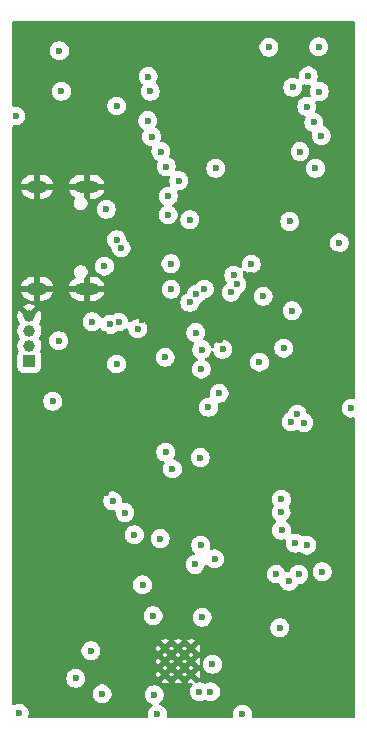
<source format=gbr>
%TF.GenerationSoftware,KiCad,Pcbnew,9.0.5*%
%TF.CreationDate,2025-11-01T11:22:36+01:00*%
%TF.ProjectId,horsesense,686f7273-6573-4656-9e73-652e6b696361,1.0*%
%TF.SameCoordinates,Original*%
%TF.FileFunction,Copper,L2,Inr*%
%TF.FilePolarity,Positive*%
%FSLAX46Y46*%
G04 Gerber Fmt 4.6, Leading zero omitted, Abs format (unit mm)*
G04 Created by KiCad (PCBNEW 9.0.5) date 2025-11-01 11:22:36*
%MOMM*%
%LPD*%
G01*
G04 APERTURE LIST*
%TA.AperFunction,HeatsinkPad*%
%ADD10C,0.600000*%
%TD*%
%TA.AperFunction,ComponentPad*%
%ADD11R,1.000000X1.000000*%
%TD*%
%TA.AperFunction,ComponentPad*%
%ADD12C,1.000000*%
%TD*%
%TA.AperFunction,HeatsinkPad*%
%ADD13C,0.500000*%
%TD*%
%TA.AperFunction,HeatsinkPad*%
%ADD14O,2.100000X1.000000*%
%TD*%
%TA.AperFunction,HeatsinkPad*%
%ADD15O,1.800000X1.000000*%
%TD*%
%TA.AperFunction,ViaPad*%
%ADD16C,0.600000*%
%TD*%
G04 APERTURE END LIST*
D10*
%TO.N,GND*%
%TO.C,U9*%
X16550000Y51570000D03*
X16550000Y50170000D03*
X17250000Y52270000D03*
X17250000Y50870000D03*
X17250000Y49470000D03*
X17950000Y51570000D03*
X17950000Y50170000D03*
X18650000Y52270000D03*
X18650000Y50870000D03*
X18650000Y49470000D03*
X19350000Y51570000D03*
X19350000Y50170000D03*
%TD*%
D11*
%TO.N,+3.3V*%
%TO.C,J4*%
X1940000Y30695000D03*
D12*
%TO.N,Net-(J4-Pin_2)*%
X1940000Y31965000D03*
%TO.N,Net-(J4-Pin_3)*%
X1940000Y33235000D03*
%TO.N,GND*%
X1940000Y34505000D03*
%TD*%
D13*
%TO.N,GND*%
%TO.C,U3*%
X13440000Y4177500D03*
X14540000Y4177500D03*
X15640000Y4177500D03*
X13440000Y5277500D03*
X14540000Y5277500D03*
X15640000Y5277500D03*
X13440000Y6377500D03*
X14540000Y6377500D03*
X15640000Y6377500D03*
%TD*%
D14*
%TO.N,GND*%
%TO.C,J1*%
X6795000Y45450000D03*
D15*
X2615000Y45450000D03*
D14*
X6795000Y36810000D03*
D15*
X2615000Y36810000D03*
%TD*%
D16*
%TO.N,+3.3V*%
X4490000Y56960000D03*
X11530000Y11740000D03*
X13440000Y31000000D03*
X21430000Y30600000D03*
X3930000Y27290000D03*
X7260000Y34010000D03*
X25200000Y25470000D03*
X9330000Y30440000D03*
X26740000Y12850000D03*
X4660000Y53540000D03*
X1080000Y870000D03*
X13930000Y38936513D03*
%TO.N,GND*%
X2230000Y8400000D03*
X24185602Y33167021D03*
X11810000Y38770000D03*
X20320000Y6930000D03*
X9960000Y1481000D03*
X18111147Y32460553D03*
X2330000Y4980000D03*
X24921000Y29190000D03*
X10690000Y23400000D03*
X5070000Y1481000D03*
X12390000Y58630000D03*
X19160000Y39130000D03*
X28399000Y20190000D03*
X26900000Y58690000D03*
X4390000Y50550000D03*
X20730000Y37970000D03*
X2040000Y24940000D03*
X8270000Y32980000D03*
X11360000Y10360000D03*
X14740000Y24470000D03*
X18620000Y9000000D03*
X1570000Y27290000D03*
X21740000Y15580000D03*
X5165000Y8595000D03*
X27774265Y23555735D03*
X5365152Y29236194D03*
X17360000Y1181000D03*
X12079315Y31391131D03*
X11498045Y34132415D03*
X27870000Y39770000D03*
X10640000Y25610000D03*
X28020000Y19620000D03*
X3770000Y2100000D03*
X4430000Y58860000D03*
X24119000Y28420000D03*
X11840000Y36760000D03*
X8400000Y19510000D03*
X28399000Y12610000D03*
X5360000Y15280000D03*
X4410000Y34860000D03*
X19646949Y29413051D03*
X8100000Y54290000D03*
X25222000Y27130000D03*
X12280000Y7700000D03*
%TO.N,+1.8V*%
X13940000Y36760000D03*
X18321279Y31688641D03*
X23474000Y31790000D03*
%TO.N,VBUS*%
X12790000Y780000D03*
X8300000Y38730000D03*
X8450000Y43530000D03*
%TO.N,+BATT*%
X23150000Y8110000D03*
X16570000Y8990000D03*
%TO.N,Net-(U3-REGN)*%
X8100000Y2510000D03*
X19990000Y780000D03*
%TO.N,Vsys*%
X12420000Y9120000D03*
X7160000Y6160000D03*
X29199000Y26710000D03*
X5860000Y3830000D03*
%TO.N,SDA*%
X4420000Y32420000D03*
X17279527Y2689686D03*
X12290000Y49700000D03*
X9000000Y18850000D03*
%TO.N,SCL*%
X10040000Y17860000D03*
X11113955Y33430649D03*
X13085000Y48430000D03*
X16346615Y2694517D03*
%TO.N,Net-(U9-IO0)*%
X800000Y51440000D03*
X22230000Y57262000D03*
%TO.N,MAX_MOSI_1_8*%
X19246611Y37949490D03*
X16761405Y36792178D03*
%TO.N,MAX_SCLK_1_8*%
X15532987Y35658976D03*
X19503765Y37191946D03*
%TO.N,MAX_MISO_1_8*%
X19017074Y36513000D03*
X16090000Y36357185D03*
%TO.N,INT_BAT*%
X23295029Y16354971D03*
X24250000Y53870000D03*
%TO.N,CE_BAT*%
X17450000Y5020000D03*
X13690000Y43070000D03*
%TO.N,PSEL_BAT*%
X12530000Y2440000D03*
X12000000Y54780000D03*
%TO.N,GPS_JAM*%
X17720000Y47010000D03*
X22830000Y12660000D03*
%TO.N,ICM_FSYNC*%
X9530918Y33995347D03*
X12180000Y53530000D03*
%TO.N,GPS_REQ*%
X26670000Y49780000D03*
X25450000Y15110000D03*
%TO.N,GPS_TX*%
X14594265Y45960000D03*
X23260000Y17870000D03*
%TO.N,ICM_INT2*%
X8754971Y33786499D03*
X11970000Y51050000D03*
%TO.N,GPS_RST*%
X24119000Y25550000D03*
X24857363Y48424038D03*
%TO.N,ICM_INT*%
X9340784Y52283250D03*
X9326149Y40961899D03*
%TO.N,GPS_PP1*%
X26030000Y50900000D03*
X24477815Y15272185D03*
%TO.N,FLASH_SCLK*%
X20740000Y38900000D03*
X15530000Y42660000D03*
%TO.N,GPS_SEL*%
X26170000Y47000000D03*
X24622000Y26172085D03*
%TO.N,Net-(J4-Pin_3)*%
X26500000Y53510000D03*
%TO.N,GPS_RX*%
X13530000Y47160000D03*
X23290000Y18980000D03*
%TO.N,ICM_AD0*%
X26440000Y57310000D03*
X9710000Y40260000D03*
%TO.N,GPS_REF*%
X25430000Y52240000D03*
X23918083Y12040000D03*
%TO.N,Net-(J4-Pin_2)*%
X25560000Y54830000D03*
%TO.N,GPS_FIX*%
X28179000Y40690000D03*
X24760000Y12620000D03*
%TO.N,Net-(U1-PD2_IN)*%
X14060000Y21560000D03*
%TO.N,Net-(D2-K)*%
X13491469Y22967996D03*
%TO.N,Net-(D1-K)*%
X16530000Y31660000D03*
%TO.N,Net-(D3-K)*%
X16030000Y33100000D03*
X10841000Y15980000D03*
X13030000Y15660000D03*
%TO.N,Net-(U1-PD1_IN)*%
X18010000Y27950000D03*
%TO.N,PD_GND*%
X17630000Y13940000D03*
X17110000Y26780000D03*
%TO.N,FLASH_SID3*%
X13710000Y44660000D03*
X21740000Y36180000D03*
%TO.N,FLASH_SID1*%
X23980000Y42510000D03*
X24190000Y34958527D03*
%TO.N,+3.3V_LED*%
X15980000Y13470000D03*
X16460000Y15100000D03*
X16420000Y22520000D03*
X16509000Y30010000D03*
%TD*%
%TA.AperFunction,Conductor*%
%TO.N,GND*%
G36*
X29442539Y59459815D02*
G01*
X29488294Y59407011D01*
X29499500Y59355500D01*
X29499500Y27617505D01*
X29479815Y27550466D01*
X29427011Y27504711D01*
X29357853Y27494767D01*
X29351310Y27495887D01*
X29277842Y27510500D01*
X29120158Y27510500D01*
X29120155Y27510500D01*
X28965510Y27479739D01*
X28965498Y27479736D01*
X28819827Y27419398D01*
X28819814Y27419391D01*
X28688711Y27331790D01*
X28688707Y27331787D01*
X28577213Y27220293D01*
X28577210Y27220289D01*
X28489609Y27089186D01*
X28489602Y27089173D01*
X28429264Y26943502D01*
X28429261Y26943490D01*
X28398500Y26788847D01*
X28398500Y26631154D01*
X28429261Y26476511D01*
X28429264Y26476499D01*
X28489602Y26330828D01*
X28489609Y26330815D01*
X28577210Y26199712D01*
X28577213Y26199708D01*
X28688707Y26088214D01*
X28688711Y26088211D01*
X28819814Y26000610D01*
X28819827Y26000603D01*
X28898498Y25968017D01*
X28965503Y25940263D01*
X29120153Y25909501D01*
X29120156Y25909500D01*
X29120158Y25909500D01*
X29277844Y25909500D01*
X29277845Y25909501D01*
X29296658Y25913243D01*
X29351309Y25924113D01*
X29420900Y25917886D01*
X29476077Y25875023D01*
X29499322Y25809133D01*
X29499500Y25802496D01*
X29499500Y604500D01*
X29479815Y537461D01*
X29427011Y491706D01*
X29375500Y480500D01*
X20897703Y480500D01*
X20830664Y500185D01*
X20784909Y552989D01*
X20774965Y622147D01*
X20776086Y628691D01*
X20790499Y701154D01*
X20790500Y701156D01*
X20790500Y858845D01*
X20790499Y858847D01*
X20759738Y1013490D01*
X20759737Y1013497D01*
X20722456Y1103502D01*
X20699397Y1159173D01*
X20699390Y1159186D01*
X20611789Y1290289D01*
X20611786Y1290293D01*
X20500292Y1401787D01*
X20500288Y1401790D01*
X20369185Y1489391D01*
X20369172Y1489398D01*
X20223501Y1549736D01*
X20223489Y1549739D01*
X20068845Y1580500D01*
X20068842Y1580500D01*
X19911158Y1580500D01*
X19911155Y1580500D01*
X19756510Y1549739D01*
X19756498Y1549736D01*
X19610827Y1489398D01*
X19610814Y1489391D01*
X19479711Y1401790D01*
X19479707Y1401787D01*
X19368213Y1290293D01*
X19368210Y1290289D01*
X19280609Y1159186D01*
X19280602Y1159173D01*
X19220264Y1013502D01*
X19220261Y1013490D01*
X19189500Y858847D01*
X19189500Y701154D01*
X19203914Y628691D01*
X19197687Y559100D01*
X19154824Y503922D01*
X19088934Y480678D01*
X19082297Y480500D01*
X13697703Y480500D01*
X13630664Y500185D01*
X13584909Y552989D01*
X13574965Y622147D01*
X13576086Y628691D01*
X13590499Y701154D01*
X13590500Y701156D01*
X13590500Y858845D01*
X13590499Y858847D01*
X13559738Y1013490D01*
X13559737Y1013497D01*
X13522456Y1103502D01*
X13499397Y1159173D01*
X13499390Y1159186D01*
X13411789Y1290289D01*
X13411786Y1290293D01*
X13300292Y1401787D01*
X13300288Y1401790D01*
X13169185Y1489391D01*
X13169172Y1489398D01*
X13023501Y1549736D01*
X13023486Y1549741D01*
X13020411Y1550352D01*
X13018951Y1551116D01*
X13017665Y1551506D01*
X13017739Y1551750D01*
X12958503Y1582742D01*
X12923934Y1643461D01*
X12927680Y1713230D01*
X12968551Y1769899D01*
X12975710Y1775061D01*
X13040289Y1818211D01*
X13151789Y1929711D01*
X13239394Y2060821D01*
X13299737Y2206503D01*
X13330500Y2361158D01*
X13330500Y2518842D01*
X13330500Y2518845D01*
X13330499Y2518847D01*
X13312200Y2610842D01*
X13299737Y2673497D01*
X13270745Y2743490D01*
X13239397Y2819173D01*
X13239390Y2819186D01*
X13151789Y2950289D01*
X13151786Y2950293D01*
X13040292Y3061787D01*
X13040288Y3061790D01*
X12909185Y3149391D01*
X12909172Y3149398D01*
X12763501Y3209736D01*
X12763489Y3209739D01*
X12608845Y3240500D01*
X12608842Y3240500D01*
X12451158Y3240500D01*
X12451155Y3240500D01*
X12296510Y3209739D01*
X12296498Y3209736D01*
X12150827Y3149398D01*
X12150814Y3149391D01*
X12019711Y3061790D01*
X12019707Y3061787D01*
X11908213Y2950293D01*
X11908210Y2950289D01*
X11820609Y2819186D01*
X11820602Y2819173D01*
X11760264Y2673502D01*
X11760261Y2673490D01*
X11729500Y2518847D01*
X11729500Y2361154D01*
X11760261Y2206511D01*
X11760264Y2206499D01*
X11820602Y2060828D01*
X11820609Y2060815D01*
X11908210Y1929712D01*
X11908213Y1929708D01*
X12019707Y1818214D01*
X12019711Y1818211D01*
X12150814Y1730610D01*
X12150827Y1730603D01*
X12295931Y1670500D01*
X12296503Y1670263D01*
X12296507Y1670263D01*
X12296508Y1670262D01*
X12299578Y1669651D01*
X12301037Y1668888D01*
X12302335Y1668494D01*
X12302260Y1668248D01*
X12361489Y1637266D01*
X12396063Y1576550D01*
X12392323Y1506781D01*
X12351456Y1450109D01*
X12344278Y1444932D01*
X12279707Y1401787D01*
X12168213Y1290293D01*
X12168210Y1290289D01*
X12080609Y1159186D01*
X12080602Y1159173D01*
X12020264Y1013502D01*
X12020261Y1013490D01*
X11989500Y858847D01*
X11989500Y701154D01*
X12003914Y628691D01*
X11997687Y559100D01*
X11954824Y503922D01*
X11888934Y480678D01*
X11882297Y480500D01*
X1969609Y480500D01*
X1902570Y500185D01*
X1856815Y552989D01*
X1846871Y622147D01*
X1848725Y630493D01*
X1848549Y630528D01*
X1880499Y791154D01*
X1880500Y791156D01*
X1880500Y948845D01*
X1880499Y948847D01*
X1849737Y1103497D01*
X1849735Y1103502D01*
X1789397Y1249173D01*
X1789390Y1249186D01*
X1701789Y1380289D01*
X1701786Y1380293D01*
X1590292Y1491787D01*
X1590288Y1491790D01*
X1459185Y1579391D01*
X1459172Y1579398D01*
X1313501Y1639736D01*
X1313489Y1639739D01*
X1158845Y1670500D01*
X1158842Y1670500D01*
X1001158Y1670500D01*
X1001155Y1670500D01*
X846510Y1639739D01*
X846498Y1639736D01*
X700827Y1579398D01*
X700816Y1579392D01*
X693386Y1574427D01*
X626707Y1553553D01*
X559328Y1572041D01*
X512640Y1624022D01*
X500500Y1677533D01*
X500500Y2588847D01*
X7299500Y2588847D01*
X7299500Y2431154D01*
X7330261Y2276511D01*
X7330264Y2276499D01*
X7390602Y2130828D01*
X7390609Y2130815D01*
X7478210Y1999712D01*
X7478213Y1999708D01*
X7589707Y1888214D01*
X7589711Y1888211D01*
X7720814Y1800610D01*
X7720827Y1800603D01*
X7866498Y1740265D01*
X7866503Y1740263D01*
X8002406Y1713230D01*
X8021153Y1709501D01*
X8021156Y1709500D01*
X8021158Y1709500D01*
X8178844Y1709500D01*
X8178845Y1709501D01*
X8333497Y1740263D01*
X8479179Y1800606D01*
X8610289Y1888211D01*
X8721789Y1999711D01*
X8809394Y2130821D01*
X8869737Y2276503D01*
X8900500Y2431158D01*
X8900500Y2588842D01*
X8900500Y2588845D01*
X8900499Y2588847D01*
X8896124Y2610842D01*
X8869737Y2743497D01*
X8857366Y2773364D01*
X8809397Y2889173D01*
X8809390Y2889186D01*
X8721789Y3020289D01*
X8721786Y3020293D01*
X8610292Y3131787D01*
X8610288Y3131790D01*
X8479185Y3219391D01*
X8479172Y3219398D01*
X8333501Y3279736D01*
X8333489Y3279739D01*
X8178845Y3310500D01*
X8178842Y3310500D01*
X8021158Y3310500D01*
X8021155Y3310500D01*
X7866510Y3279739D01*
X7866498Y3279736D01*
X7720827Y3219398D01*
X7720814Y3219391D01*
X7589711Y3131790D01*
X7589707Y3131787D01*
X7478213Y3020293D01*
X7478210Y3020289D01*
X7390609Y2889186D01*
X7390602Y2889173D01*
X7330264Y2743502D01*
X7330261Y2743490D01*
X7299500Y2588847D01*
X500500Y2588847D01*
X500500Y3908847D01*
X5059500Y3908847D01*
X5059500Y3751154D01*
X5090261Y3596511D01*
X5090264Y3596499D01*
X5150602Y3450828D01*
X5150609Y3450815D01*
X5238210Y3319712D01*
X5238213Y3319708D01*
X5349707Y3208214D01*
X5349711Y3208211D01*
X5480814Y3120610D01*
X5480827Y3120603D01*
X5605750Y3068859D01*
X5626503Y3060263D01*
X5781153Y3029501D01*
X5781156Y3029500D01*
X5781158Y3029500D01*
X5938844Y3029500D01*
X5938845Y3029501D01*
X6093497Y3060263D01*
X6239179Y3120606D01*
X6370289Y3208211D01*
X6481789Y3319711D01*
X6569394Y3450821D01*
X6589733Y3499923D01*
X13115975Y3499923D01*
X13221236Y3456322D01*
X13221240Y3456321D01*
X13366126Y3427501D01*
X13366129Y3427500D01*
X13513871Y3427500D01*
X13513873Y3427501D01*
X13658760Y3456321D01*
X13658775Y3456325D01*
X13764024Y3499922D01*
X13764024Y3499923D01*
X14215975Y3499923D01*
X14321236Y3456322D01*
X14321240Y3456321D01*
X14466126Y3427501D01*
X14466129Y3427500D01*
X14613871Y3427500D01*
X14613873Y3427501D01*
X14758760Y3456321D01*
X14758775Y3456325D01*
X14864024Y3499922D01*
X14864024Y3499923D01*
X15315975Y3499923D01*
X15421236Y3456322D01*
X15421240Y3456321D01*
X15566126Y3427501D01*
X15566129Y3427500D01*
X15648157Y3427500D01*
X15715196Y3407815D01*
X15760951Y3355011D01*
X15770895Y3285853D01*
X15741870Y3222297D01*
X15735838Y3215819D01*
X15724828Y3204810D01*
X15724825Y3204806D01*
X15637224Y3073703D01*
X15637217Y3073690D01*
X15576879Y2928019D01*
X15576876Y2928007D01*
X15546115Y2773364D01*
X15546115Y2615671D01*
X15576876Y2461028D01*
X15576879Y2461016D01*
X15637217Y2315345D01*
X15637224Y2315332D01*
X15724825Y2184229D01*
X15724828Y2184225D01*
X15836322Y2072731D01*
X15836326Y2072728D01*
X15967429Y1985127D01*
X15967442Y1985120D01*
X16113113Y1924782D01*
X16113118Y1924780D01*
X16267768Y1894018D01*
X16267771Y1894017D01*
X16267773Y1894017D01*
X16425459Y1894017D01*
X16425460Y1894018D01*
X16580112Y1924780D01*
X16725794Y1985123D01*
X16740562Y1994991D01*
X16807236Y2015871D01*
X16874617Y1997389D01*
X16878333Y1995002D01*
X16900348Y1980292D01*
X16900350Y1980291D01*
X16900354Y1980289D01*
X17034362Y1924782D01*
X17046030Y1919949D01*
X17176393Y1894018D01*
X17200680Y1889187D01*
X17200683Y1889186D01*
X17200685Y1889186D01*
X17358371Y1889186D01*
X17358372Y1889187D01*
X17513024Y1919949D01*
X17658706Y1980292D01*
X17789816Y2067897D01*
X17901316Y2179397D01*
X17988921Y2310507D01*
X18049264Y2456189D01*
X18080027Y2610844D01*
X18080027Y2768528D01*
X18080027Y2768531D01*
X18080026Y2768533D01*
X18049265Y2923176D01*
X18049264Y2923183D01*
X18047261Y2928019D01*
X17988924Y3068859D01*
X17988917Y3068872D01*
X17901316Y3199975D01*
X17901313Y3199979D01*
X17789819Y3311473D01*
X17789815Y3311476D01*
X17658712Y3399077D01*
X17658699Y3399084D01*
X17513028Y3459422D01*
X17513016Y3459425D01*
X17358372Y3490186D01*
X17358369Y3490186D01*
X17200685Y3490186D01*
X17200682Y3490186D01*
X17046037Y3459425D01*
X17046025Y3459422D01*
X16900349Y3399082D01*
X16885574Y3389209D01*
X16818896Y3368333D01*
X16751517Y3386819D01*
X16747797Y3389210D01*
X16725794Y3403912D01*
X16725792Y3403913D01*
X16580116Y3464253D01*
X16580104Y3464256D01*
X16425460Y3495017D01*
X16425457Y3495017D01*
X16267773Y3495017D01*
X16267770Y3495017D01*
X16113125Y3464256D01*
X16113107Y3464251D01*
X16109450Y3462736D01*
X16107383Y3462514D01*
X16107291Y3462486D01*
X16107285Y3462504D01*
X16039980Y3455273D01*
X15977504Y3486554D01*
X15974327Y3489620D01*
X15640001Y3823946D01*
X15640000Y3823946D01*
X15315975Y3499923D01*
X14864024Y3499923D01*
X14540001Y3823946D01*
X14540000Y3823946D01*
X14215975Y3499923D01*
X13764024Y3499923D01*
X13440001Y3823946D01*
X13440000Y3823946D01*
X13115975Y3499923D01*
X6589733Y3499923D01*
X6629737Y3596503D01*
X6660500Y3751158D01*
X6660500Y3908842D01*
X6660500Y3908845D01*
X6660499Y3908847D01*
X6629737Y4063497D01*
X6605979Y4120855D01*
X6569398Y4209172D01*
X6569390Y4209186D01*
X6541201Y4251374D01*
X12690000Y4251374D01*
X12690000Y4103627D01*
X12718820Y3958741D01*
X12718822Y3958733D01*
X12762421Y3853476D01*
X13086446Y4177500D01*
X13086446Y4177501D01*
X13066556Y4197391D01*
X13340000Y4197391D01*
X13340000Y4157609D01*
X13355224Y4120855D01*
X13383355Y4092724D01*
X13420109Y4077500D01*
X13459891Y4077500D01*
X13496645Y4092724D01*
X13524776Y4120855D01*
X13540000Y4157609D01*
X13540000Y4177500D01*
X13793554Y4177500D01*
X13990000Y3981054D01*
X14186446Y4177500D01*
X14166555Y4197391D01*
X14440000Y4197391D01*
X14440000Y4157609D01*
X14455224Y4120855D01*
X14483355Y4092724D01*
X14520109Y4077500D01*
X14559891Y4077500D01*
X14596645Y4092724D01*
X14624776Y4120855D01*
X14640000Y4157609D01*
X14640000Y4177500D01*
X14893554Y4177500D01*
X15090000Y3981054D01*
X15286446Y4177500D01*
X15266555Y4197391D01*
X15540000Y4197391D01*
X15540000Y4157609D01*
X15555224Y4120855D01*
X15583355Y4092724D01*
X15620109Y4077500D01*
X15659891Y4077500D01*
X15696645Y4092724D01*
X15724776Y4120855D01*
X15740000Y4157609D01*
X15740000Y4177501D01*
X15993554Y4177501D01*
X15993554Y4177499D01*
X16317577Y3853476D01*
X16317578Y3853476D01*
X16361175Y3958725D01*
X16361179Y3958740D01*
X16389999Y4103627D01*
X16390000Y4103629D01*
X16390000Y4251372D01*
X16389999Y4251374D01*
X16361179Y4396260D01*
X16361178Y4396264D01*
X16317577Y4501525D01*
X15993554Y4177501D01*
X15740000Y4177501D01*
X15740000Y4197391D01*
X15724776Y4234145D01*
X15696645Y4262276D01*
X15659891Y4277500D01*
X15620109Y4277500D01*
X15583355Y4262276D01*
X15555224Y4234145D01*
X15540000Y4197391D01*
X15266555Y4197391D01*
X15090000Y4373946D01*
X14893554Y4177500D01*
X14640000Y4177500D01*
X14640000Y4197391D01*
X14624776Y4234145D01*
X14596645Y4262276D01*
X14559891Y4277500D01*
X14520109Y4277500D01*
X14483355Y4262276D01*
X14455224Y4234145D01*
X14440000Y4197391D01*
X14166555Y4197391D01*
X13990000Y4373946D01*
X13793554Y4177500D01*
X13540000Y4177500D01*
X13540000Y4197391D01*
X13524776Y4234145D01*
X13496645Y4262276D01*
X13459891Y4277500D01*
X13420109Y4277500D01*
X13383355Y4262276D01*
X13355224Y4234145D01*
X13340000Y4197391D01*
X13066556Y4197391D01*
X12762421Y4501526D01*
X12762420Y4501526D01*
X12718823Y4396272D01*
X12718820Y4396260D01*
X12690000Y4251374D01*
X6541201Y4251374D01*
X6481789Y4340289D01*
X6481786Y4340293D01*
X6370292Y4451787D01*
X6370288Y4451790D01*
X6239185Y4539391D01*
X6239172Y4539398D01*
X6093501Y4599736D01*
X6093489Y4599739D01*
X5938845Y4630500D01*
X5938842Y4630500D01*
X5781158Y4630500D01*
X5781155Y4630500D01*
X5626510Y4599739D01*
X5626498Y4599736D01*
X5480827Y4539398D01*
X5480814Y4539391D01*
X5349711Y4451790D01*
X5349707Y4451787D01*
X5238213Y4340293D01*
X5238210Y4340289D01*
X5150609Y4209186D01*
X5150602Y4209173D01*
X5090264Y4063502D01*
X5090261Y4063490D01*
X5059500Y3908847D01*
X500500Y3908847D01*
X500500Y4727500D01*
X13243554Y4727500D01*
X13440000Y4531054D01*
X13636446Y4727500D01*
X14343554Y4727500D01*
X14540000Y4531054D01*
X14736446Y4727500D01*
X15443554Y4727500D01*
X15640000Y4531054D01*
X15836446Y4727500D01*
X15640000Y4923946D01*
X15443554Y4727500D01*
X14736446Y4727500D01*
X14540000Y4923946D01*
X14343554Y4727500D01*
X13636446Y4727500D01*
X13440000Y4923946D01*
X13243554Y4727500D01*
X500500Y4727500D01*
X500500Y5351374D01*
X12690000Y5351374D01*
X12690000Y5203627D01*
X12718820Y5058741D01*
X12718822Y5058733D01*
X12762421Y4953476D01*
X13086446Y5277500D01*
X13086446Y5277501D01*
X13066556Y5297391D01*
X13340000Y5297391D01*
X13340000Y5257609D01*
X13355224Y5220855D01*
X13383355Y5192724D01*
X13420109Y5177500D01*
X13459891Y5177500D01*
X13496645Y5192724D01*
X13524776Y5220855D01*
X13540000Y5257609D01*
X13540000Y5277500D01*
X13793554Y5277500D01*
X13990000Y5081054D01*
X14186446Y5277500D01*
X14166555Y5297391D01*
X14440000Y5297391D01*
X14440000Y5257609D01*
X14455224Y5220855D01*
X14483355Y5192724D01*
X14520109Y5177500D01*
X14559891Y5177500D01*
X14596645Y5192724D01*
X14624776Y5220855D01*
X14640000Y5257609D01*
X14640000Y5277500D01*
X14893554Y5277500D01*
X15090000Y5081054D01*
X15286446Y5277500D01*
X15266555Y5297391D01*
X15540000Y5297391D01*
X15540000Y5257609D01*
X15555224Y5220855D01*
X15583355Y5192724D01*
X15620109Y5177500D01*
X15659891Y5177500D01*
X15696645Y5192724D01*
X15724776Y5220855D01*
X15740000Y5257609D01*
X15740000Y5277501D01*
X15993554Y5277501D01*
X15993554Y5277499D01*
X16317577Y4953476D01*
X16317578Y4953476D01*
X16361175Y5058725D01*
X16361179Y5058740D01*
X16369157Y5098847D01*
X16649500Y5098847D01*
X16649500Y4941154D01*
X16680261Y4786511D01*
X16680264Y4786499D01*
X16740602Y4640828D01*
X16740609Y4640815D01*
X16828210Y4509712D01*
X16828213Y4509708D01*
X16939707Y4398214D01*
X16939711Y4398211D01*
X17070814Y4310610D01*
X17070827Y4310603D01*
X17216498Y4250265D01*
X17216503Y4250263D01*
X17371153Y4219501D01*
X17371156Y4219500D01*
X17371158Y4219500D01*
X17528844Y4219500D01*
X17528845Y4219501D01*
X17683497Y4250263D01*
X17829179Y4310606D01*
X17960289Y4398211D01*
X18071789Y4509711D01*
X18159394Y4640821D01*
X18219737Y4786503D01*
X18250500Y4941158D01*
X18250500Y5098842D01*
X18250500Y5098845D01*
X18250499Y5098847D01*
X18234854Y5177500D01*
X18219737Y5253497D01*
X18186332Y5334145D01*
X18159397Y5399173D01*
X18159390Y5399186D01*
X18071789Y5530289D01*
X18071786Y5530293D01*
X17960292Y5641787D01*
X17960288Y5641790D01*
X17829185Y5729391D01*
X17829172Y5729398D01*
X17683501Y5789736D01*
X17683489Y5789739D01*
X17528845Y5820500D01*
X17528842Y5820500D01*
X17371158Y5820500D01*
X17371155Y5820500D01*
X17216510Y5789739D01*
X17216498Y5789736D01*
X17070827Y5729398D01*
X17070814Y5729391D01*
X16939711Y5641790D01*
X16939707Y5641787D01*
X16828213Y5530293D01*
X16828210Y5530289D01*
X16740609Y5399186D01*
X16740602Y5399173D01*
X16680264Y5253502D01*
X16680261Y5253490D01*
X16649500Y5098847D01*
X16369157Y5098847D01*
X16375180Y5129125D01*
X16375180Y5129126D01*
X16390000Y5203629D01*
X16390000Y5351372D01*
X16389999Y5351374D01*
X16361179Y5496260D01*
X16361178Y5496264D01*
X16317577Y5601525D01*
X15993554Y5277501D01*
X15740000Y5277501D01*
X15740000Y5297391D01*
X15724776Y5334145D01*
X15696645Y5362276D01*
X15659891Y5377500D01*
X15620109Y5377500D01*
X15583355Y5362276D01*
X15555224Y5334145D01*
X15540000Y5297391D01*
X15266555Y5297391D01*
X15090000Y5473946D01*
X14893554Y5277500D01*
X14640000Y5277500D01*
X14640000Y5297391D01*
X14624776Y5334145D01*
X14596645Y5362276D01*
X14559891Y5377500D01*
X14520109Y5377500D01*
X14483355Y5362276D01*
X14455224Y5334145D01*
X14440000Y5297391D01*
X14166555Y5297391D01*
X13990000Y5473946D01*
X13793554Y5277500D01*
X13540000Y5277500D01*
X13540000Y5297391D01*
X13524776Y5334145D01*
X13496645Y5362276D01*
X13459891Y5377500D01*
X13420109Y5377500D01*
X13383355Y5362276D01*
X13355224Y5334145D01*
X13340000Y5297391D01*
X13066556Y5297391D01*
X12762421Y5601526D01*
X12762420Y5601526D01*
X12718823Y5496272D01*
X12718820Y5496260D01*
X12690000Y5351374D01*
X500500Y5351374D01*
X500500Y6238847D01*
X6359500Y6238847D01*
X6359500Y6081154D01*
X6390261Y5926511D01*
X6390264Y5926499D01*
X6450602Y5780828D01*
X6450609Y5780815D01*
X6538210Y5649712D01*
X6538213Y5649708D01*
X6649707Y5538214D01*
X6649711Y5538211D01*
X6780814Y5450610D01*
X6780827Y5450603D01*
X6904992Y5399173D01*
X6926503Y5390263D01*
X7067202Y5362276D01*
X7081153Y5359501D01*
X7081156Y5359500D01*
X7081158Y5359500D01*
X7238844Y5359500D01*
X7238845Y5359501D01*
X7393497Y5390263D01*
X7539179Y5450606D01*
X7544769Y5454342D01*
X7554083Y5460564D01*
X7554083Y5460565D01*
X7670289Y5538211D01*
X7781789Y5649711D01*
X7869394Y5780821D01*
X7873088Y5789739D01*
X7888729Y5827500D01*
X13243554Y5827500D01*
X13440000Y5631054D01*
X13636446Y5827500D01*
X14343554Y5827500D01*
X14540000Y5631054D01*
X14736446Y5827500D01*
X15443554Y5827500D01*
X15640000Y5631054D01*
X15836446Y5827500D01*
X15640000Y6023946D01*
X15443554Y5827500D01*
X14736446Y5827500D01*
X14540000Y6023946D01*
X14343554Y5827500D01*
X13636446Y5827500D01*
X13440000Y6023946D01*
X13243554Y5827500D01*
X7888729Y5827500D01*
X7929656Y5926307D01*
X7929656Y5926309D01*
X7929737Y5926503D01*
X7960500Y6081158D01*
X7960500Y6238842D01*
X7960500Y6238845D01*
X7960499Y6238847D01*
X7944186Y6320855D01*
X7929737Y6393497D01*
X7905764Y6451374D01*
X12690000Y6451374D01*
X12690000Y6303627D01*
X12718820Y6158741D01*
X12718822Y6158733D01*
X12762421Y6053476D01*
X13086446Y6377500D01*
X13086446Y6377501D01*
X13066556Y6397391D01*
X13340000Y6397391D01*
X13340000Y6357609D01*
X13355224Y6320855D01*
X13383355Y6292724D01*
X13420109Y6277500D01*
X13459891Y6277500D01*
X13496645Y6292724D01*
X13524776Y6320855D01*
X13540000Y6357609D01*
X13540000Y6377500D01*
X13793554Y6377500D01*
X13990000Y6181054D01*
X14186446Y6377500D01*
X14166555Y6397391D01*
X14440000Y6397391D01*
X14440000Y6357609D01*
X14455224Y6320855D01*
X14483355Y6292724D01*
X14520109Y6277500D01*
X14559891Y6277500D01*
X14596645Y6292724D01*
X14624776Y6320855D01*
X14640000Y6357609D01*
X14640000Y6377500D01*
X14893554Y6377500D01*
X15090000Y6181054D01*
X15286446Y6377500D01*
X15266555Y6397391D01*
X15540000Y6397391D01*
X15540000Y6357609D01*
X15555224Y6320855D01*
X15583355Y6292724D01*
X15620109Y6277500D01*
X15659891Y6277500D01*
X15696645Y6292724D01*
X15724776Y6320855D01*
X15740000Y6357609D01*
X15740000Y6377501D01*
X15993554Y6377501D01*
X15993554Y6377499D01*
X16317577Y6053476D01*
X16317578Y6053476D01*
X16361175Y6158725D01*
X16361179Y6158740D01*
X16389999Y6303627D01*
X16390000Y6303629D01*
X16390000Y6451372D01*
X16389999Y6451374D01*
X16361179Y6596260D01*
X16361178Y6596264D01*
X16317577Y6701525D01*
X15993554Y6377501D01*
X15740000Y6377501D01*
X15740000Y6397391D01*
X15724776Y6434145D01*
X15696645Y6462276D01*
X15659891Y6477500D01*
X15620109Y6477500D01*
X15583355Y6462276D01*
X15555224Y6434145D01*
X15540000Y6397391D01*
X15266555Y6397391D01*
X15090000Y6573946D01*
X14893554Y6377500D01*
X14640000Y6377500D01*
X14640000Y6397391D01*
X14624776Y6434145D01*
X14596645Y6462276D01*
X14559891Y6477500D01*
X14520109Y6477500D01*
X14483355Y6462276D01*
X14455224Y6434145D01*
X14440000Y6397391D01*
X14166555Y6397391D01*
X13990000Y6573946D01*
X13793554Y6377500D01*
X13540000Y6377500D01*
X13540000Y6397391D01*
X13524776Y6434145D01*
X13496645Y6462276D01*
X13459891Y6477500D01*
X13420109Y6477500D01*
X13383355Y6462276D01*
X13355224Y6434145D01*
X13340000Y6397391D01*
X13066556Y6397391D01*
X12762421Y6701526D01*
X12762420Y6701526D01*
X12718823Y6596272D01*
X12718820Y6596260D01*
X12690000Y6451374D01*
X7905764Y6451374D01*
X7894942Y6477500D01*
X7869397Y6539173D01*
X7869390Y6539186D01*
X7781789Y6670289D01*
X7781786Y6670293D01*
X7670292Y6781787D01*
X7670288Y6781790D01*
X7539185Y6869391D01*
X7539172Y6869398D01*
X7466007Y6899703D01*
X7393501Y6929736D01*
X7393489Y6929739D01*
X7238845Y6960500D01*
X7238842Y6960500D01*
X7081158Y6960500D01*
X7081155Y6960500D01*
X6926510Y6929739D01*
X6926498Y6929736D01*
X6780827Y6869398D01*
X6780814Y6869391D01*
X6649711Y6781790D01*
X6649707Y6781787D01*
X6538213Y6670293D01*
X6538210Y6670289D01*
X6450609Y6539186D01*
X6450602Y6539173D01*
X6390264Y6393502D01*
X6390261Y6393490D01*
X6359500Y6238847D01*
X500500Y6238847D01*
X500500Y7055080D01*
X13115974Y7055080D01*
X13115974Y7055079D01*
X13440000Y6731054D01*
X13440001Y6731054D01*
X13764024Y7055079D01*
X13764022Y7055080D01*
X14215974Y7055080D01*
X14215974Y7055079D01*
X14540000Y6731054D01*
X14540001Y6731054D01*
X14864024Y7055079D01*
X14864022Y7055080D01*
X15315974Y7055080D01*
X15315974Y7055079D01*
X15640000Y6731054D01*
X15640001Y6731054D01*
X15964024Y7055079D01*
X15858767Y7098678D01*
X15858759Y7098680D01*
X15713872Y7127500D01*
X15566128Y7127500D01*
X15421240Y7098680D01*
X15421228Y7098677D01*
X15315974Y7055080D01*
X14864022Y7055080D01*
X14758767Y7098678D01*
X14758759Y7098680D01*
X14613872Y7127500D01*
X14466128Y7127500D01*
X14321240Y7098680D01*
X14321228Y7098677D01*
X14215974Y7055080D01*
X13764022Y7055080D01*
X13658767Y7098678D01*
X13658759Y7098680D01*
X13513872Y7127500D01*
X13366128Y7127500D01*
X13221240Y7098680D01*
X13221228Y7098677D01*
X13115974Y7055080D01*
X500500Y7055080D01*
X500500Y8188847D01*
X22349500Y8188847D01*
X22349500Y8031154D01*
X22380261Y7876511D01*
X22380264Y7876499D01*
X22440602Y7730828D01*
X22440609Y7730815D01*
X22528210Y7599712D01*
X22528213Y7599708D01*
X22639707Y7488214D01*
X22639711Y7488211D01*
X22770814Y7400610D01*
X22770827Y7400603D01*
X22916498Y7340265D01*
X22916503Y7340263D01*
X23071153Y7309501D01*
X23071156Y7309500D01*
X23071158Y7309500D01*
X23228844Y7309500D01*
X23228845Y7309501D01*
X23383497Y7340263D01*
X23529179Y7400606D01*
X23660289Y7488211D01*
X23771789Y7599711D01*
X23859394Y7730821D01*
X23919737Y7876503D01*
X23950500Y8031158D01*
X23950500Y8188842D01*
X23950500Y8188845D01*
X23950499Y8188847D01*
X23944250Y8220263D01*
X23919737Y8343497D01*
X23916935Y8350262D01*
X23859397Y8489173D01*
X23859390Y8489186D01*
X23771789Y8620289D01*
X23771786Y8620293D01*
X23660292Y8731787D01*
X23660288Y8731790D01*
X23529185Y8819391D01*
X23529172Y8819398D01*
X23383501Y8879736D01*
X23383489Y8879739D01*
X23228845Y8910500D01*
X23228842Y8910500D01*
X23071158Y8910500D01*
X23071155Y8910500D01*
X22916510Y8879739D01*
X22916498Y8879736D01*
X22770827Y8819398D01*
X22770814Y8819391D01*
X22639711Y8731790D01*
X22639707Y8731787D01*
X22528213Y8620293D01*
X22528210Y8620289D01*
X22440609Y8489186D01*
X22440602Y8489173D01*
X22380264Y8343502D01*
X22380261Y8343490D01*
X22349500Y8188847D01*
X500500Y8188847D01*
X500500Y9198847D01*
X11619500Y9198847D01*
X11619500Y9041154D01*
X11650261Y8886511D01*
X11650264Y8886499D01*
X11710602Y8740828D01*
X11710609Y8740815D01*
X11798210Y8609712D01*
X11798213Y8609708D01*
X11909707Y8498214D01*
X11909711Y8498211D01*
X12040814Y8410610D01*
X12040827Y8410603D01*
X12143165Y8368214D01*
X12186503Y8350263D01*
X12341153Y8319501D01*
X12341156Y8319500D01*
X12341158Y8319500D01*
X12498844Y8319500D01*
X12498845Y8319501D01*
X12653497Y8350263D01*
X12799179Y8410606D01*
X12930289Y8498211D01*
X13041789Y8609711D01*
X13129394Y8740821D01*
X13189737Y8886503D01*
X13220500Y9041158D01*
X13220500Y9068847D01*
X15769500Y9068847D01*
X15769500Y8911154D01*
X15800261Y8756511D01*
X15800264Y8756499D01*
X15860602Y8610828D01*
X15860609Y8610815D01*
X15948210Y8479712D01*
X15948213Y8479708D01*
X16059707Y8368214D01*
X16059711Y8368211D01*
X16190814Y8280610D01*
X16190827Y8280603D01*
X16336498Y8220265D01*
X16336503Y8220263D01*
X16491153Y8189501D01*
X16491156Y8189500D01*
X16491158Y8189500D01*
X16648844Y8189500D01*
X16648845Y8189501D01*
X16803497Y8220263D01*
X16949179Y8280606D01*
X16949186Y8280612D01*
X16949190Y8280613D01*
X16975262Y8298034D01*
X16975266Y8298036D01*
X17053431Y8350265D01*
X17080289Y8368211D01*
X17191789Y8479711D01*
X17279394Y8610821D01*
X17339737Y8756503D01*
X17370500Y8911158D01*
X17370500Y9068842D01*
X17370500Y9068845D01*
X17370499Y9068847D01*
X17344641Y9198842D01*
X17339737Y9223497D01*
X17285888Y9353502D01*
X17279397Y9369173D01*
X17279390Y9369186D01*
X17191789Y9500289D01*
X17191786Y9500293D01*
X17080292Y9611787D01*
X17080288Y9611790D01*
X16949185Y9699391D01*
X16949172Y9699398D01*
X16803501Y9759736D01*
X16803489Y9759739D01*
X16648845Y9790500D01*
X16648842Y9790500D01*
X16491158Y9790500D01*
X16491155Y9790500D01*
X16336510Y9759739D01*
X16336498Y9759736D01*
X16190827Y9699398D01*
X16190814Y9699391D01*
X16059711Y9611790D01*
X16059707Y9611787D01*
X15948213Y9500293D01*
X15948210Y9500289D01*
X15860609Y9369186D01*
X15860602Y9369173D01*
X15800264Y9223502D01*
X15800261Y9223490D01*
X15769500Y9068847D01*
X13220500Y9068847D01*
X13220500Y9198842D01*
X13220500Y9198845D01*
X13220499Y9198847D01*
X13189738Y9353490D01*
X13189737Y9353497D01*
X13183241Y9369179D01*
X13129397Y9499173D01*
X13129390Y9499186D01*
X13041789Y9630289D01*
X13041786Y9630293D01*
X12930292Y9741787D01*
X12930288Y9741790D01*
X12799185Y9829391D01*
X12799172Y9829398D01*
X12653501Y9889736D01*
X12653489Y9889739D01*
X12498845Y9920500D01*
X12498842Y9920500D01*
X12341158Y9920500D01*
X12341155Y9920500D01*
X12186510Y9889739D01*
X12186498Y9889736D01*
X12040827Y9829398D01*
X12040814Y9829391D01*
X11909711Y9741790D01*
X11909707Y9741787D01*
X11798213Y9630293D01*
X11798210Y9630289D01*
X11710609Y9499186D01*
X11710602Y9499173D01*
X11650264Y9353502D01*
X11650261Y9353490D01*
X11619500Y9198847D01*
X500500Y9198847D01*
X500500Y11818847D01*
X10729500Y11818847D01*
X10729500Y11661154D01*
X10760261Y11506511D01*
X10760264Y11506499D01*
X10820602Y11360828D01*
X10820609Y11360815D01*
X10908210Y11229712D01*
X10908213Y11229708D01*
X11019707Y11118214D01*
X11019711Y11118211D01*
X11150814Y11030610D01*
X11150827Y11030603D01*
X11296498Y10970265D01*
X11296503Y10970263D01*
X11451153Y10939501D01*
X11451156Y10939500D01*
X11451158Y10939500D01*
X11608844Y10939500D01*
X11608845Y10939501D01*
X11763497Y10970263D01*
X11909179Y11030606D01*
X12040289Y11118211D01*
X12151789Y11229711D01*
X12239394Y11360821D01*
X12299737Y11506503D01*
X12330500Y11661158D01*
X12330500Y11818842D01*
X12330500Y11818845D01*
X12330499Y11818847D01*
X12330369Y11819501D01*
X12299737Y11973497D01*
X12268256Y12049500D01*
X12239397Y12119173D01*
X12239390Y12119186D01*
X12151789Y12250289D01*
X12151786Y12250293D01*
X12040292Y12361787D01*
X12040288Y12361790D01*
X11909185Y12449391D01*
X11909172Y12449398D01*
X11763501Y12509736D01*
X11763489Y12509739D01*
X11608845Y12540500D01*
X11608842Y12540500D01*
X11451158Y12540500D01*
X11451155Y12540500D01*
X11296510Y12509739D01*
X11296498Y12509736D01*
X11150827Y12449398D01*
X11150814Y12449391D01*
X11019711Y12361790D01*
X11019707Y12361787D01*
X10908213Y12250293D01*
X10908210Y12250289D01*
X10820609Y12119186D01*
X10820602Y12119173D01*
X10760264Y11973502D01*
X10760261Y11973490D01*
X10729500Y11818847D01*
X500500Y11818847D01*
X500500Y13548847D01*
X15179500Y13548847D01*
X15179500Y13391154D01*
X15210261Y13236511D01*
X15210264Y13236499D01*
X15270602Y13090828D01*
X15270609Y13090815D01*
X15358210Y12959712D01*
X15358213Y12959708D01*
X15469707Y12848214D01*
X15469711Y12848211D01*
X15600814Y12760610D01*
X15600827Y12760603D01*
X15746498Y12700265D01*
X15746503Y12700263D01*
X15901153Y12669501D01*
X15901156Y12669500D01*
X15901158Y12669500D01*
X16058844Y12669500D01*
X16058845Y12669501D01*
X16213497Y12700263D01*
X16306648Y12738847D01*
X22029500Y12738847D01*
X22029500Y12581154D01*
X22060261Y12426511D01*
X22060264Y12426499D01*
X22120602Y12280828D01*
X22120609Y12280815D01*
X22208210Y12149712D01*
X22208213Y12149708D01*
X22319707Y12038214D01*
X22319711Y12038211D01*
X22450814Y11950610D01*
X22450827Y11950603D01*
X22596498Y11890265D01*
X22596503Y11890263D01*
X22751153Y11859501D01*
X22751156Y11859500D01*
X22751158Y11859500D01*
X22908843Y11859500D01*
X22937118Y11865125D01*
X23010025Y11879627D01*
X23079615Y11873400D01*
X23134793Y11830538D01*
X23148777Y11805462D01*
X23208685Y11660828D01*
X23208692Y11660815D01*
X23296293Y11529712D01*
X23296296Y11529708D01*
X23407790Y11418214D01*
X23407794Y11418211D01*
X23538897Y11330610D01*
X23538910Y11330603D01*
X23684581Y11270265D01*
X23684586Y11270263D01*
X23839236Y11239501D01*
X23839239Y11239500D01*
X23839241Y11239500D01*
X23996927Y11239500D01*
X23996928Y11239501D01*
X24151580Y11270263D01*
X24297262Y11330606D01*
X24428372Y11418211D01*
X24539872Y11529711D01*
X24627477Y11660821D01*
X24661497Y11742952D01*
X24705338Y11797356D01*
X24771632Y11819421D01*
X24776058Y11819500D01*
X24838844Y11819500D01*
X24838845Y11819501D01*
X24993497Y11850263D01*
X25139179Y11910606D01*
X25270289Y11998211D01*
X25381789Y12109711D01*
X25469394Y12240821D01*
X25529737Y12386503D01*
X25560500Y12541158D01*
X25560500Y12698842D01*
X25560500Y12698845D01*
X25560499Y12698847D01*
X25536625Y12818869D01*
X25529737Y12853497D01*
X25498527Y12928847D01*
X25939500Y12928847D01*
X25939500Y12771154D01*
X25970261Y12616511D01*
X25970264Y12616499D01*
X26030602Y12470828D01*
X26030609Y12470815D01*
X26118210Y12339712D01*
X26118213Y12339708D01*
X26229707Y12228214D01*
X26229711Y12228211D01*
X26360814Y12140610D01*
X26360827Y12140603D01*
X26506498Y12080265D01*
X26506503Y12080263D01*
X26661153Y12049501D01*
X26661156Y12049500D01*
X26661158Y12049500D01*
X26818844Y12049500D01*
X26818845Y12049501D01*
X26973497Y12080263D01*
X27119179Y12140606D01*
X27250289Y12228211D01*
X27361789Y12339711D01*
X27449394Y12470821D01*
X27509737Y12616503D01*
X27540500Y12771158D01*
X27540500Y12928842D01*
X27540500Y12928845D01*
X27540499Y12928847D01*
X27534360Y12959711D01*
X27509737Y13083497D01*
X27506703Y13090821D01*
X27449397Y13229173D01*
X27449390Y13229186D01*
X27361789Y13360289D01*
X27361786Y13360293D01*
X27250292Y13471787D01*
X27250288Y13471790D01*
X27119185Y13559391D01*
X27119172Y13559398D01*
X26973501Y13619736D01*
X26973489Y13619739D01*
X26818845Y13650500D01*
X26818842Y13650500D01*
X26661158Y13650500D01*
X26661155Y13650500D01*
X26506510Y13619739D01*
X26506498Y13619736D01*
X26360827Y13559398D01*
X26360814Y13559391D01*
X26229711Y13471790D01*
X26229707Y13471787D01*
X26118213Y13360293D01*
X26118210Y13360289D01*
X26030609Y13229186D01*
X26030602Y13229173D01*
X25970264Y13083502D01*
X25970261Y13083490D01*
X25939500Y12928847D01*
X25498527Y12928847D01*
X25485742Y12959712D01*
X25469397Y12999173D01*
X25469390Y12999186D01*
X25381789Y13130289D01*
X25381786Y13130293D01*
X25270292Y13241787D01*
X25270288Y13241790D01*
X25139185Y13329391D01*
X25139172Y13329398D01*
X24993501Y13389736D01*
X24993489Y13389739D01*
X24838845Y13420500D01*
X24838842Y13420500D01*
X24681158Y13420500D01*
X24681155Y13420500D01*
X24526510Y13389739D01*
X24526498Y13389736D01*
X24380827Y13329398D01*
X24380814Y13329391D01*
X24249711Y13241790D01*
X24249707Y13241787D01*
X24138213Y13130293D01*
X24138210Y13130289D01*
X24050609Y12999186D01*
X24050602Y12999173D01*
X24016586Y12917048D01*
X24008596Y12907135D01*
X24004720Y12895003D01*
X23987088Y12880444D01*
X23972745Y12862644D01*
X23959391Y12857573D01*
X23950845Y12850515D01*
X23929025Y12846039D01*
X23916754Y12841378D01*
X23909415Y12840500D01*
X23839241Y12840500D01*
X23733362Y12819440D01*
X23728595Y12818869D01*
X23698680Y12823898D01*
X23668466Y12826601D01*
X23664564Y12829633D01*
X23659692Y12830451D01*
X23637245Y12850854D01*
X23613288Y12869464D01*
X23609708Y12875884D01*
X23607989Y12877446D01*
X23607204Y12880374D01*
X23599305Y12894539D01*
X23539397Y13039174D01*
X23539390Y13039186D01*
X23451789Y13170289D01*
X23451786Y13170293D01*
X23340292Y13281787D01*
X23340288Y13281790D01*
X23209185Y13369391D01*
X23209172Y13369398D01*
X23063501Y13429736D01*
X23063489Y13429739D01*
X22908845Y13460500D01*
X22908842Y13460500D01*
X22751158Y13460500D01*
X22751155Y13460500D01*
X22596510Y13429739D01*
X22596498Y13429736D01*
X22450827Y13369398D01*
X22450814Y13369391D01*
X22319711Y13281790D01*
X22319707Y13281787D01*
X22208213Y13170293D01*
X22208210Y13170289D01*
X22120609Y13039186D01*
X22120602Y13039173D01*
X22060264Y12893502D01*
X22060261Y12893490D01*
X22029500Y12738847D01*
X16306648Y12738847D01*
X16359179Y12760606D01*
X16374971Y12771158D01*
X16490028Y12848036D01*
X16490194Y12848148D01*
X16490289Y12848211D01*
X16601789Y12959711D01*
X16689394Y13090821D01*
X16749737Y13236503D01*
X16780244Y13389871D01*
X16812629Y13451782D01*
X16873344Y13486356D01*
X16943114Y13482617D01*
X16999786Y13441751D01*
X17004962Y13434573D01*
X17008211Y13429710D01*
X17119707Y13318214D01*
X17119711Y13318211D01*
X17250814Y13230610D01*
X17250827Y13230603D01*
X17396440Y13170289D01*
X17396503Y13170263D01*
X17551153Y13139501D01*
X17551156Y13139500D01*
X17551158Y13139500D01*
X17708844Y13139500D01*
X17708845Y13139501D01*
X17863497Y13170263D01*
X17976166Y13216933D01*
X18009172Y13230603D01*
X18009172Y13230604D01*
X18009179Y13230606D01*
X18140289Y13318211D01*
X18251789Y13429711D01*
X18339394Y13560821D01*
X18399737Y13706503D01*
X18430500Y13861158D01*
X18430500Y14018842D01*
X18430500Y14018845D01*
X18430499Y14018847D01*
X18415990Y14091789D01*
X18399737Y14173497D01*
X18360693Y14267759D01*
X18339397Y14319173D01*
X18339390Y14319186D01*
X18251789Y14450289D01*
X18251786Y14450293D01*
X18140292Y14561787D01*
X18140288Y14561790D01*
X18009185Y14649391D01*
X18009172Y14649398D01*
X17863501Y14709736D01*
X17863489Y14709739D01*
X17708845Y14740500D01*
X17708842Y14740500D01*
X17551158Y14740500D01*
X17551155Y14740500D01*
X17396510Y14709739D01*
X17396499Y14709736D01*
X17393383Y14708445D01*
X17391621Y14708256D01*
X17390676Y14707969D01*
X17390621Y14708149D01*
X17323913Y14700981D01*
X17261435Y14732259D01*
X17225787Y14792351D01*
X17228228Y14860598D01*
X17227969Y14860676D01*
X17228266Y14861657D01*
X17228285Y14862176D01*
X17229028Y14864167D01*
X17229731Y14866491D01*
X17229737Y14866503D01*
X17260500Y15021158D01*
X17260500Y15178842D01*
X17260500Y15178845D01*
X17260499Y15178847D01*
X17254250Y15210263D01*
X17229737Y15333497D01*
X17191210Y15426511D01*
X17169397Y15479173D01*
X17169390Y15479186D01*
X17081789Y15610289D01*
X17081786Y15610293D01*
X16970292Y15721787D01*
X16970288Y15721790D01*
X16839185Y15809391D01*
X16839172Y15809398D01*
X16693501Y15869736D01*
X16693489Y15869739D01*
X16538845Y15900500D01*
X16538842Y15900500D01*
X16381158Y15900500D01*
X16381155Y15900500D01*
X16226510Y15869739D01*
X16226498Y15869736D01*
X16080827Y15809398D01*
X16080814Y15809391D01*
X15949711Y15721790D01*
X15949707Y15721787D01*
X15838213Y15610293D01*
X15838210Y15610289D01*
X15750609Y15479186D01*
X15750602Y15479173D01*
X15690264Y15333502D01*
X15690261Y15333490D01*
X15659500Y15178847D01*
X15659500Y15021154D01*
X15690261Y14866511D01*
X15690264Y14866499D01*
X15750602Y14720828D01*
X15750609Y14720815D01*
X15838210Y14589712D01*
X15838213Y14589708D01*
X15950864Y14477057D01*
X15984349Y14415734D01*
X15979365Y14346042D01*
X15937493Y14290109D01*
X15887375Y14267759D01*
X15746508Y14239739D01*
X15746498Y14239736D01*
X15600827Y14179398D01*
X15600814Y14179391D01*
X15469711Y14091790D01*
X15469707Y14091787D01*
X15358213Y13980293D01*
X15358210Y13980289D01*
X15270609Y13849186D01*
X15270602Y13849173D01*
X15210264Y13703502D01*
X15210261Y13703490D01*
X15179500Y13548847D01*
X500500Y13548847D01*
X500500Y16058847D01*
X10040500Y16058847D01*
X10040500Y15901154D01*
X10071261Y15746511D01*
X10071264Y15746499D01*
X10131602Y15600828D01*
X10131609Y15600815D01*
X10219210Y15469712D01*
X10219213Y15469708D01*
X10330707Y15358214D01*
X10330711Y15358211D01*
X10461814Y15270610D01*
X10461827Y15270603D01*
X10607498Y15210265D01*
X10607503Y15210263D01*
X10762153Y15179501D01*
X10762156Y15179500D01*
X10762158Y15179500D01*
X10919844Y15179500D01*
X10919845Y15179501D01*
X11074497Y15210263D01*
X11220179Y15270606D01*
X11351289Y15358211D01*
X11462789Y15469711D01*
X11550394Y15600821D01*
X11607566Y15738847D01*
X12229500Y15738847D01*
X12229500Y15581154D01*
X12260261Y15426511D01*
X12260264Y15426499D01*
X12320602Y15280828D01*
X12320609Y15280815D01*
X12408210Y15149712D01*
X12408213Y15149708D01*
X12519707Y15038214D01*
X12519711Y15038211D01*
X12650814Y14950610D01*
X12650827Y14950603D01*
X12789864Y14893013D01*
X12796503Y14890263D01*
X12915912Y14866511D01*
X12951153Y14859501D01*
X12951156Y14859500D01*
X12951158Y14859500D01*
X13108844Y14859500D01*
X13108845Y14859501D01*
X13263497Y14890263D01*
X13409179Y14950606D01*
X13540289Y15038211D01*
X13651789Y15149711D01*
X13739394Y15280821D01*
X13799737Y15426503D01*
X13830500Y15581158D01*
X13830500Y15738842D01*
X13830500Y15738845D01*
X13830499Y15738847D01*
X13815125Y15816135D01*
X13799737Y15893497D01*
X13763251Y15981583D01*
X13739397Y16039173D01*
X13739390Y16039186D01*
X13651789Y16170289D01*
X13651786Y16170293D01*
X13540292Y16281787D01*
X13540288Y16281790D01*
X13409185Y16369391D01*
X13409172Y16369398D01*
X13263501Y16429736D01*
X13263489Y16429739D01*
X13108845Y16460500D01*
X13108842Y16460500D01*
X12951158Y16460500D01*
X12951155Y16460500D01*
X12796510Y16429739D01*
X12796498Y16429736D01*
X12650827Y16369398D01*
X12650814Y16369391D01*
X12519711Y16281790D01*
X12519707Y16281787D01*
X12408213Y16170293D01*
X12408210Y16170289D01*
X12320609Y16039186D01*
X12320602Y16039173D01*
X12260264Y15893502D01*
X12260261Y15893490D01*
X12229500Y15738847D01*
X11607566Y15738847D01*
X11610737Y15746503D01*
X11637239Y15879737D01*
X11641500Y15901156D01*
X11641500Y16058845D01*
X11641499Y16058847D01*
X11629042Y16121470D01*
X11610737Y16213497D01*
X11582450Y16281789D01*
X11550397Y16359173D01*
X11550390Y16359186D01*
X11462789Y16490289D01*
X11462786Y16490293D01*
X11351292Y16601787D01*
X11351288Y16601790D01*
X11220185Y16689391D01*
X11220172Y16689398D01*
X11074501Y16749736D01*
X11074489Y16749739D01*
X10919845Y16780500D01*
X10919842Y16780500D01*
X10762158Y16780500D01*
X10762155Y16780500D01*
X10607510Y16749739D01*
X10607498Y16749736D01*
X10461827Y16689398D01*
X10461814Y16689391D01*
X10330711Y16601790D01*
X10330707Y16601787D01*
X10219213Y16490293D01*
X10219210Y16490289D01*
X10131609Y16359186D01*
X10131602Y16359173D01*
X10071264Y16213502D01*
X10071261Y16213490D01*
X10040500Y16058847D01*
X500500Y16058847D01*
X500500Y18928847D01*
X8199500Y18928847D01*
X8199500Y18771154D01*
X8230261Y18616511D01*
X8230264Y18616499D01*
X8290602Y18470828D01*
X8290609Y18470815D01*
X8378210Y18339712D01*
X8378213Y18339708D01*
X8489707Y18228214D01*
X8489711Y18228211D01*
X8620814Y18140610D01*
X8620827Y18140603D01*
X8728737Y18095906D01*
X8766503Y18080263D01*
X8908695Y18051979D01*
X8921153Y18049501D01*
X8921156Y18049500D01*
X8921158Y18049500D01*
X9078843Y18049500D01*
X9083474Y18050422D01*
X9091304Y18051979D01*
X9160895Y18045755D01*
X9216074Y18002894D01*
X9239322Y17937006D01*
X9239500Y17930363D01*
X9239500Y17781154D01*
X9270261Y17626511D01*
X9270264Y17626499D01*
X9330602Y17480828D01*
X9330609Y17480815D01*
X9418210Y17349712D01*
X9418213Y17349708D01*
X9529707Y17238214D01*
X9529711Y17238211D01*
X9660814Y17150610D01*
X9660827Y17150603D01*
X9806498Y17090265D01*
X9806503Y17090263D01*
X9936700Y17064365D01*
X9961153Y17059501D01*
X9961156Y17059500D01*
X9961158Y17059500D01*
X10118844Y17059500D01*
X10118845Y17059501D01*
X10273497Y17090263D01*
X10419179Y17150606D01*
X10550289Y17238211D01*
X10661789Y17349711D01*
X10749394Y17480821D01*
X10809737Y17626503D01*
X10840500Y17781158D01*
X10840500Y17938842D01*
X10838510Y17948847D01*
X22459500Y17948847D01*
X22459500Y17791154D01*
X22490261Y17636511D01*
X22490264Y17636499D01*
X22550602Y17490828D01*
X22550609Y17490815D01*
X22638210Y17359712D01*
X22638213Y17359708D01*
X22749707Y17248214D01*
X22749711Y17248211D01*
X22816049Y17203885D01*
X22860854Y17150273D01*
X22869561Y17080948D01*
X22839407Y17017920D01*
X22816050Y16997682D01*
X22784742Y16976763D01*
X22784736Y16976758D01*
X22673242Y16865264D01*
X22673239Y16865260D01*
X22585638Y16734157D01*
X22585631Y16734144D01*
X22525293Y16588473D01*
X22525290Y16588461D01*
X22494529Y16433818D01*
X22494529Y16276125D01*
X22525290Y16121482D01*
X22525293Y16121470D01*
X22585631Y15975799D01*
X22585638Y15975786D01*
X22673239Y15844683D01*
X22673242Y15844679D01*
X22784736Y15733185D01*
X22784740Y15733182D01*
X22915843Y15645581D01*
X22915856Y15645574D01*
X23060945Y15585477D01*
X23061532Y15585234D01*
X23184128Y15560848D01*
X23216182Y15554472D01*
X23216185Y15554471D01*
X23216187Y15554471D01*
X23373873Y15554471D01*
X23373874Y15554472D01*
X23528526Y15585234D01*
X23528538Y15585240D01*
X23534353Y15587002D01*
X23534815Y15585477D01*
X23596578Y15592120D01*
X23659059Y15560848D01*
X23694715Y15500761D01*
X23696185Y15445898D01*
X23677315Y15351032D01*
X23677315Y15193339D01*
X23708076Y15038696D01*
X23708079Y15038684D01*
X23768417Y14893013D01*
X23768424Y14893000D01*
X23856025Y14761897D01*
X23856028Y14761893D01*
X23967522Y14650399D01*
X23967526Y14650396D01*
X24098629Y14562795D01*
X24098642Y14562788D01*
X24234323Y14506588D01*
X24244318Y14502448D01*
X24398968Y14471686D01*
X24398971Y14471685D01*
X24398973Y14471685D01*
X24556659Y14471685D01*
X24556660Y14471686D01*
X24711312Y14502448D01*
X24786202Y14533469D01*
X24855668Y14540937D01*
X24918147Y14509662D01*
X24921333Y14506588D01*
X24939707Y14488214D01*
X24939711Y14488211D01*
X25070814Y14400610D01*
X25070827Y14400603D01*
X25202551Y14346042D01*
X25216503Y14340263D01*
X25371153Y14309501D01*
X25371156Y14309500D01*
X25371158Y14309500D01*
X25528844Y14309500D01*
X25528845Y14309501D01*
X25683497Y14340263D01*
X25829179Y14400606D01*
X25960289Y14488211D01*
X26071789Y14599711D01*
X26159394Y14730821D01*
X26219737Y14876503D01*
X26250500Y15031158D01*
X26250500Y15188842D01*
X26250500Y15188845D01*
X26250499Y15188847D01*
X26246239Y15210265D01*
X26219737Y15343497D01*
X26185352Y15426511D01*
X26159397Y15489173D01*
X26159390Y15489186D01*
X26071789Y15620289D01*
X26071786Y15620293D01*
X25960292Y15731787D01*
X25960288Y15731790D01*
X25829185Y15819391D01*
X25829172Y15819398D01*
X25683501Y15879736D01*
X25683489Y15879739D01*
X25528845Y15910500D01*
X25528842Y15910500D01*
X25371158Y15910500D01*
X25371155Y15910500D01*
X25216510Y15879739D01*
X25216498Y15879736D01*
X25141614Y15848718D01*
X25072144Y15841249D01*
X25009665Y15872525D01*
X25006481Y15875598D01*
X24988107Y15893972D01*
X24988103Y15893975D01*
X24857000Y15981576D01*
X24856987Y15981583D01*
X24711316Y16041921D01*
X24711304Y16041924D01*
X24556660Y16072685D01*
X24556657Y16072685D01*
X24398973Y16072685D01*
X24398970Y16072685D01*
X24244325Y16041924D01*
X24238491Y16040154D01*
X24238030Y16041674D01*
X24176230Y16035043D01*
X24113758Y16066333D01*
X24078120Y16126430D01*
X24076658Y16181260D01*
X24095529Y16276127D01*
X24095529Y16433816D01*
X24095528Y16433818D01*
X24064767Y16588461D01*
X24064766Y16588468D01*
X24022963Y16689391D01*
X24004426Y16734144D01*
X24004419Y16734157D01*
X23916818Y16865260D01*
X23916815Y16865264D01*
X23805321Y16976758D01*
X23805317Y16976761D01*
X23738979Y17021087D01*
X23694174Y17074699D01*
X23685467Y17144024D01*
X23715622Y17207052D01*
X23738974Y17227288D01*
X23770289Y17248211D01*
X23881789Y17359711D01*
X23969394Y17490821D01*
X24029737Y17636503D01*
X24060500Y17791158D01*
X24060500Y17948842D01*
X24060500Y17948845D01*
X24060499Y17948847D01*
X24049748Y18002894D01*
X24029737Y18103497D01*
X24014366Y18140606D01*
X23969397Y18249173D01*
X23969390Y18249186D01*
X23912945Y18333661D01*
X23892067Y18400338D01*
X23910551Y18467718D01*
X23912896Y18471368D01*
X23999394Y18600821D01*
X24059737Y18746503D01*
X24090500Y18901158D01*
X24090500Y19058842D01*
X24090500Y19058845D01*
X24090499Y19058847D01*
X24059738Y19213490D01*
X24059737Y19213497D01*
X24053241Y19229179D01*
X23999397Y19359173D01*
X23999390Y19359186D01*
X23911789Y19490289D01*
X23911786Y19490293D01*
X23800292Y19601787D01*
X23800288Y19601790D01*
X23669185Y19689391D01*
X23669172Y19689398D01*
X23523501Y19749736D01*
X23523489Y19749739D01*
X23368845Y19780500D01*
X23368842Y19780500D01*
X23211158Y19780500D01*
X23211155Y19780500D01*
X23056510Y19749739D01*
X23056498Y19749736D01*
X22910827Y19689398D01*
X22910814Y19689391D01*
X22779711Y19601790D01*
X22779707Y19601787D01*
X22668213Y19490293D01*
X22668210Y19490289D01*
X22580609Y19359186D01*
X22580602Y19359173D01*
X22520264Y19213502D01*
X22520261Y19213490D01*
X22489500Y19058847D01*
X22489500Y18901154D01*
X22520261Y18746511D01*
X22520264Y18746499D01*
X22580602Y18600828D01*
X22580609Y18600815D01*
X22637054Y18516340D01*
X22657932Y18449663D01*
X22639448Y18382282D01*
X22637054Y18378558D01*
X22550609Y18249186D01*
X22550602Y18249173D01*
X22490264Y18103502D01*
X22490261Y18103490D01*
X22459500Y17948847D01*
X10838510Y17948847D01*
X10809737Y18093497D01*
X10790224Y18140606D01*
X10749397Y18239173D01*
X10749390Y18239186D01*
X10661789Y18370289D01*
X10661786Y18370293D01*
X10550292Y18481787D01*
X10550288Y18481790D01*
X10419185Y18569391D01*
X10419172Y18569398D01*
X10273501Y18629736D01*
X10273489Y18629739D01*
X10118845Y18660500D01*
X10118842Y18660500D01*
X9961158Y18660500D01*
X9948690Y18658020D01*
X9879099Y18664249D01*
X9823922Y18707112D01*
X9800678Y18773002D01*
X9800500Y18779638D01*
X9800500Y18928845D01*
X9800499Y18928847D01*
X9774641Y19058842D01*
X9769737Y19083497D01*
X9715888Y19213502D01*
X9709397Y19229173D01*
X9709390Y19229186D01*
X9621789Y19360289D01*
X9621786Y19360293D01*
X9510292Y19471787D01*
X9510288Y19471790D01*
X9379185Y19559391D01*
X9379172Y19559398D01*
X9233501Y19619736D01*
X9233489Y19619739D01*
X9078845Y19650500D01*
X9078842Y19650500D01*
X8921158Y19650500D01*
X8921155Y19650500D01*
X8766510Y19619739D01*
X8766498Y19619736D01*
X8620827Y19559398D01*
X8620814Y19559391D01*
X8489711Y19471790D01*
X8489707Y19471787D01*
X8378213Y19360293D01*
X8378210Y19360289D01*
X8290609Y19229186D01*
X8290602Y19229173D01*
X8230264Y19083502D01*
X8230261Y19083490D01*
X8199500Y18928847D01*
X500500Y18928847D01*
X500500Y23046843D01*
X12690969Y23046843D01*
X12690969Y22889150D01*
X12721730Y22734507D01*
X12721733Y22734495D01*
X12782071Y22588824D01*
X12782078Y22588811D01*
X12869679Y22457708D01*
X12869682Y22457704D01*
X12981176Y22346210D01*
X12981180Y22346207D01*
X13112283Y22258606D01*
X13112296Y22258599D01*
X13199699Y22222397D01*
X13257972Y22198259D01*
X13310529Y22187805D01*
X13372438Y22155421D01*
X13407012Y22094705D01*
X13403273Y22024936D01*
X13389439Y21997298D01*
X13350608Y21939184D01*
X13350602Y21939173D01*
X13290264Y21793502D01*
X13290261Y21793490D01*
X13259500Y21638847D01*
X13259500Y21481154D01*
X13290261Y21326511D01*
X13290264Y21326499D01*
X13350602Y21180828D01*
X13350609Y21180815D01*
X13438210Y21049712D01*
X13438213Y21049708D01*
X13549707Y20938214D01*
X13549711Y20938211D01*
X13680814Y20850610D01*
X13680827Y20850603D01*
X13826498Y20790265D01*
X13826503Y20790263D01*
X13981153Y20759501D01*
X13981156Y20759500D01*
X13981158Y20759500D01*
X14138844Y20759500D01*
X14138845Y20759501D01*
X14293497Y20790263D01*
X14439179Y20850606D01*
X14570289Y20938211D01*
X14681789Y21049711D01*
X14769394Y21180821D01*
X14829737Y21326503D01*
X14860500Y21481158D01*
X14860500Y21638842D01*
X14860500Y21638845D01*
X14860499Y21638847D01*
X14829738Y21793490D01*
X14829737Y21793497D01*
X14822649Y21810610D01*
X14769397Y21939173D01*
X14769390Y21939186D01*
X14681789Y22070289D01*
X14681786Y22070293D01*
X14570292Y22181787D01*
X14570288Y22181790D01*
X14439185Y22269391D01*
X14439172Y22269398D01*
X14293501Y22329736D01*
X14293491Y22329739D01*
X14240940Y22340192D01*
X14217016Y22352706D01*
X14191645Y22361931D01*
X14186522Y22368658D01*
X14179029Y22372577D01*
X14165669Y22396039D01*
X14149312Y22417516D01*
X14148639Y22425946D01*
X14144455Y22433293D01*
X14145900Y22460252D01*
X14143752Y22487165D01*
X14147869Y22496972D01*
X14148196Y22503063D01*
X14155812Y22520334D01*
X14158665Y22525664D01*
X14200863Y22588817D01*
X14205018Y22598847D01*
X15619500Y22598847D01*
X15619500Y22441154D01*
X15650261Y22286511D01*
X15650264Y22286499D01*
X15710602Y22140828D01*
X15710609Y22140815D01*
X15798210Y22009712D01*
X15798213Y22009708D01*
X15909707Y21898214D01*
X15909711Y21898211D01*
X16040814Y21810610D01*
X16040827Y21810603D01*
X16186498Y21750265D01*
X16186503Y21750263D01*
X16341153Y21719501D01*
X16341156Y21719500D01*
X16341158Y21719500D01*
X16498844Y21719500D01*
X16498845Y21719501D01*
X16653497Y21750263D01*
X16799179Y21810606D01*
X16930289Y21898211D01*
X17041789Y22009711D01*
X17129394Y22140821D01*
X17135442Y22155421D01*
X17189735Y22286499D01*
X17189737Y22286503D01*
X17220500Y22441158D01*
X17220500Y22598842D01*
X17220500Y22598845D01*
X17220499Y22598847D01*
X17208722Y22658054D01*
X17189737Y22753497D01*
X17189735Y22753502D01*
X17129397Y22899173D01*
X17129390Y22899186D01*
X17041789Y23030289D01*
X17041786Y23030293D01*
X16930292Y23141787D01*
X16930288Y23141790D01*
X16799185Y23229391D01*
X16799172Y23229398D01*
X16653501Y23289736D01*
X16653489Y23289739D01*
X16498845Y23320500D01*
X16498842Y23320500D01*
X16341158Y23320500D01*
X16341155Y23320500D01*
X16186510Y23289739D01*
X16186498Y23289736D01*
X16040827Y23229398D01*
X16040814Y23229391D01*
X15909711Y23141790D01*
X15909707Y23141787D01*
X15798213Y23030293D01*
X15798210Y23030289D01*
X15710609Y22899186D01*
X15710602Y22899173D01*
X15650264Y22753502D01*
X15650261Y22753490D01*
X15619500Y22598847D01*
X14205018Y22598847D01*
X14261206Y22734499D01*
X14291969Y22889154D01*
X14291969Y23046838D01*
X14291969Y23046841D01*
X14291968Y23046843D01*
X14261207Y23201486D01*
X14261206Y23201493D01*
X14261204Y23201498D01*
X14200866Y23347169D01*
X14200859Y23347182D01*
X14113258Y23478285D01*
X14113255Y23478289D01*
X14001761Y23589783D01*
X14001757Y23589786D01*
X13870654Y23677387D01*
X13870641Y23677394D01*
X13724970Y23737732D01*
X13724958Y23737735D01*
X13570314Y23768496D01*
X13570311Y23768496D01*
X13412627Y23768496D01*
X13412624Y23768496D01*
X13257979Y23737735D01*
X13257967Y23737732D01*
X13112296Y23677394D01*
X13112283Y23677387D01*
X12981180Y23589786D01*
X12981176Y23589783D01*
X12869682Y23478289D01*
X12869679Y23478285D01*
X12782078Y23347182D01*
X12782071Y23347169D01*
X12721733Y23201498D01*
X12721730Y23201486D01*
X12690969Y23046843D01*
X500500Y23046843D01*
X500500Y25628847D01*
X23318500Y25628847D01*
X23318500Y25471154D01*
X23349261Y25316511D01*
X23349264Y25316499D01*
X23409602Y25170828D01*
X23409609Y25170815D01*
X23497210Y25039712D01*
X23497213Y25039708D01*
X23608707Y24928214D01*
X23608711Y24928211D01*
X23739814Y24840610D01*
X23739827Y24840603D01*
X23885498Y24780265D01*
X23885503Y24780263D01*
X24040153Y24749501D01*
X24040156Y24749500D01*
X24040158Y24749500D01*
X24197844Y24749500D01*
X24197845Y24749501D01*
X24352497Y24780263D01*
X24498179Y24840606D01*
X24532939Y24863833D01*
X24599615Y24884710D01*
X24666995Y24866226D01*
X24684952Y24852018D01*
X24685001Y24852076D01*
X24688307Y24849363D01*
X24689510Y24848411D01*
X24689707Y24848214D01*
X24689711Y24848211D01*
X24820814Y24760610D01*
X24820827Y24760603D01*
X24966498Y24700265D01*
X24966503Y24700263D01*
X25121153Y24669501D01*
X25121156Y24669500D01*
X25121158Y24669500D01*
X25278844Y24669500D01*
X25278845Y24669501D01*
X25433497Y24700263D01*
X25579179Y24760606D01*
X25710289Y24848211D01*
X25821789Y24959711D01*
X25909394Y25090821D01*
X25969737Y25236503D01*
X26000500Y25391158D01*
X26000500Y25548842D01*
X26000500Y25548845D01*
X26000499Y25548847D01*
X25969738Y25703490D01*
X25969737Y25703497D01*
X25928731Y25802496D01*
X25909397Y25849173D01*
X25909390Y25849186D01*
X25821789Y25980289D01*
X25821786Y25980293D01*
X25710292Y26091787D01*
X25710288Y26091790D01*
X25579185Y26179391D01*
X25579176Y26179396D01*
X25485172Y26218333D01*
X25430769Y26262174D01*
X25411008Y26308703D01*
X25392684Y26400821D01*
X25391737Y26405582D01*
X25391735Y26405587D01*
X25331397Y26551258D01*
X25331390Y26551271D01*
X25243789Y26682374D01*
X25243786Y26682378D01*
X25132292Y26793872D01*
X25132288Y26793875D01*
X25001185Y26881476D01*
X25001172Y26881483D01*
X24855501Y26941821D01*
X24855489Y26941824D01*
X24700845Y26972585D01*
X24700842Y26972585D01*
X24543158Y26972585D01*
X24543155Y26972585D01*
X24388510Y26941824D01*
X24388498Y26941821D01*
X24242827Y26881483D01*
X24242814Y26881476D01*
X24111711Y26793875D01*
X24111707Y26793872D01*
X24000213Y26682378D01*
X24000210Y26682374D01*
X23912609Y26551271D01*
X23912602Y26551258D01*
X23852264Y26405587D01*
X23852261Y26405578D01*
X23843599Y26362030D01*
X23811213Y26300119D01*
X23769438Y26271663D01*
X23739823Y26259396D01*
X23739814Y26259391D01*
X23608711Y26171790D01*
X23608707Y26171787D01*
X23497213Y26060293D01*
X23497210Y26060289D01*
X23409609Y25929186D01*
X23409602Y25929173D01*
X23349264Y25783502D01*
X23349261Y25783490D01*
X23318500Y25628847D01*
X500500Y25628847D01*
X500500Y27368847D01*
X3129500Y27368847D01*
X3129500Y27211154D01*
X3160261Y27056511D01*
X3160264Y27056499D01*
X3220602Y26910828D01*
X3220609Y26910815D01*
X3308210Y26779712D01*
X3308213Y26779708D01*
X3419707Y26668214D01*
X3419711Y26668211D01*
X3550814Y26580610D01*
X3550827Y26580603D01*
X3633163Y26546499D01*
X3696503Y26520263D01*
X3851153Y26489501D01*
X3851156Y26489500D01*
X3851158Y26489500D01*
X4008844Y26489500D01*
X4008845Y26489501D01*
X4163497Y26520263D01*
X4309179Y26580606D01*
X4440289Y26668211D01*
X4551789Y26779711D01*
X4604666Y26858847D01*
X16309500Y26858847D01*
X16309500Y26701154D01*
X16340261Y26546511D01*
X16340264Y26546499D01*
X16400602Y26400828D01*
X16400609Y26400815D01*
X16488210Y26269712D01*
X16488213Y26269708D01*
X16599707Y26158214D01*
X16599711Y26158211D01*
X16730814Y26070610D01*
X16730827Y26070603D01*
X16876498Y26010265D01*
X16876503Y26010263D01*
X17031153Y25979501D01*
X17031156Y25979500D01*
X17031158Y25979500D01*
X17188844Y25979500D01*
X17188845Y25979501D01*
X17343497Y26010263D01*
X17489179Y26070606D01*
X17620289Y26158211D01*
X17731789Y26269711D01*
X17819394Y26400821D01*
X17879737Y26546503D01*
X17910500Y26701158D01*
X17910500Y26858842D01*
X17910500Y26858845D01*
X17910499Y26858847D01*
X17882162Y27001309D01*
X17888389Y27070900D01*
X17931252Y27126078D01*
X17997142Y27149322D01*
X18003779Y27149500D01*
X18088844Y27149500D01*
X18088845Y27149501D01*
X18243497Y27180263D01*
X18389179Y27240606D01*
X18520289Y27328211D01*
X18631789Y27439711D01*
X18719394Y27570821D01*
X18779737Y27716503D01*
X18810500Y27871158D01*
X18810500Y28028842D01*
X18810500Y28028845D01*
X18810499Y28028847D01*
X18804355Y28059736D01*
X18779737Y28183497D01*
X18779735Y28183502D01*
X18719397Y28329173D01*
X18719390Y28329186D01*
X18631789Y28460289D01*
X18631786Y28460293D01*
X18520292Y28571787D01*
X18520288Y28571790D01*
X18389185Y28659391D01*
X18389172Y28659398D01*
X18243501Y28719736D01*
X18243489Y28719739D01*
X18088845Y28750500D01*
X18088842Y28750500D01*
X17931158Y28750500D01*
X17931155Y28750500D01*
X17776510Y28719739D01*
X17776498Y28719736D01*
X17630827Y28659398D01*
X17630814Y28659391D01*
X17499711Y28571790D01*
X17499707Y28571787D01*
X17388213Y28460293D01*
X17388210Y28460289D01*
X17300609Y28329186D01*
X17300602Y28329173D01*
X17240264Y28183502D01*
X17240261Y28183490D01*
X17209500Y28028847D01*
X17209500Y27871154D01*
X17237838Y27728691D01*
X17231611Y27659100D01*
X17188748Y27603922D01*
X17122858Y27580678D01*
X17116221Y27580500D01*
X17031155Y27580500D01*
X16876510Y27549739D01*
X16876498Y27549736D01*
X16730827Y27489398D01*
X16730814Y27489391D01*
X16599711Y27401790D01*
X16599707Y27401787D01*
X16488213Y27290293D01*
X16488210Y27290289D01*
X16400609Y27159186D01*
X16400602Y27159173D01*
X16340264Y27013502D01*
X16340261Y27013490D01*
X16309500Y26858847D01*
X4604666Y26858847D01*
X4639394Y26910821D01*
X4639709Y26911583D01*
X4640044Y26912389D01*
X4640044Y26912390D01*
X4676875Y27001309D01*
X4699737Y27056503D01*
X4730500Y27211158D01*
X4730500Y27368842D01*
X4730500Y27368845D01*
X4730499Y27368847D01*
X4720445Y27419391D01*
X4699737Y27523497D01*
X4686131Y27556345D01*
X4639397Y27669173D01*
X4639390Y27669186D01*
X4551789Y27800289D01*
X4551786Y27800293D01*
X4440292Y27911787D01*
X4440288Y27911790D01*
X4309185Y27999391D01*
X4309172Y27999398D01*
X4163501Y28059736D01*
X4163489Y28059739D01*
X4008845Y28090500D01*
X4008842Y28090500D01*
X3851158Y28090500D01*
X3851155Y28090500D01*
X3696510Y28059739D01*
X3696498Y28059736D01*
X3550827Y27999398D01*
X3550814Y27999391D01*
X3419711Y27911790D01*
X3419707Y27911787D01*
X3308213Y27800293D01*
X3308210Y27800289D01*
X3220609Y27669186D01*
X3220602Y27669173D01*
X3160264Y27523502D01*
X3160261Y27523490D01*
X3129500Y27368847D01*
X500500Y27368847D01*
X500500Y33136457D01*
X939499Y33136457D01*
X977947Y32943171D01*
X977950Y32943161D01*
X1037589Y32799179D01*
X1053368Y32761086D01*
X1080272Y32720821D01*
X1114971Y32668890D01*
X1135848Y32602213D01*
X1117363Y32534833D01*
X1114971Y32531110D01*
X1053366Y32438911D01*
X977950Y32256840D01*
X977947Y32256830D01*
X939500Y32063544D01*
X939500Y32063541D01*
X939500Y31866459D01*
X939500Y31866457D01*
X939499Y31866457D01*
X977947Y31673172D01*
X977949Y31673164D01*
X1020318Y31570876D01*
X1027787Y31501407D01*
X1005026Y31449116D01*
X996203Y31437330D01*
X996202Y31437329D01*
X945908Y31302483D01*
X943460Y31279708D01*
X939501Y31242877D01*
X939500Y31242865D01*
X939500Y30147130D01*
X939501Y30147124D01*
X945908Y30087517D01*
X996202Y29952672D01*
X996206Y29952665D01*
X1082452Y29837456D01*
X1082455Y29837453D01*
X1197664Y29751207D01*
X1197671Y29751203D01*
X1332517Y29700909D01*
X1332516Y29700909D01*
X1339444Y29700165D01*
X1392127Y29694500D01*
X2487872Y29694501D01*
X2547483Y29700909D01*
X2682331Y29751204D01*
X2797546Y29837454D01*
X2883796Y29952669D01*
X2934091Y30087517D01*
X2940500Y30147127D01*
X2940499Y30518847D01*
X8529500Y30518847D01*
X8529500Y30361154D01*
X8560261Y30206511D01*
X8560264Y30206499D01*
X8620602Y30060828D01*
X8620609Y30060815D01*
X8708210Y29929712D01*
X8708213Y29929708D01*
X8819707Y29818214D01*
X8819711Y29818211D01*
X8950814Y29730610D01*
X8950827Y29730603D01*
X9037989Y29694500D01*
X9096503Y29670263D01*
X9251153Y29639501D01*
X9251156Y29639500D01*
X9251158Y29639500D01*
X9408844Y29639500D01*
X9408845Y29639501D01*
X9563497Y29670263D01*
X9709179Y29730606D01*
X9840289Y29818211D01*
X9951789Y29929711D01*
X10039394Y30060821D01*
X10099737Y30206503D01*
X10130500Y30361158D01*
X10130500Y30518842D01*
X10130500Y30518845D01*
X10130499Y30518847D01*
X10110215Y30620821D01*
X10099737Y30673497D01*
X10056056Y30778954D01*
X10039397Y30819173D01*
X10039390Y30819186D01*
X9951789Y30950289D01*
X9951786Y30950293D01*
X9840292Y31061787D01*
X9840288Y31061790D01*
X9814761Y31078847D01*
X12639500Y31078847D01*
X12639500Y30921154D01*
X12670261Y30766511D01*
X12670264Y30766499D01*
X12730602Y30620828D01*
X12730609Y30620815D01*
X12818210Y30489712D01*
X12818213Y30489708D01*
X12929707Y30378214D01*
X12929711Y30378211D01*
X13060814Y30290610D01*
X13060827Y30290603D01*
X13174541Y30243502D01*
X13206503Y30230263D01*
X13325912Y30206511D01*
X13361153Y30199501D01*
X13361156Y30199500D01*
X13361158Y30199500D01*
X13518844Y30199500D01*
X13518845Y30199501D01*
X13673497Y30230263D01*
X13819179Y30290606D01*
X13950289Y30378211D01*
X14061789Y30489711D01*
X14149394Y30620821D01*
X14153938Y30631790D01*
X14209735Y30766499D01*
X14209737Y30766503D01*
X14240500Y30921158D01*
X14240500Y31078842D01*
X14240500Y31078845D01*
X14240499Y31078847D01*
X14222723Y31168211D01*
X14209737Y31233497D01*
X14190594Y31279712D01*
X14149397Y31379173D01*
X14149390Y31379186D01*
X14061789Y31510289D01*
X14061786Y31510293D01*
X13950292Y31621787D01*
X13950288Y31621790D01*
X13819185Y31709391D01*
X13819172Y31709398D01*
X13673501Y31769736D01*
X13673489Y31769739D01*
X13518845Y31800500D01*
X13518842Y31800500D01*
X13361158Y31800500D01*
X13361155Y31800500D01*
X13206510Y31769739D01*
X13206498Y31769736D01*
X13060827Y31709398D01*
X13060814Y31709391D01*
X12929711Y31621790D01*
X12929707Y31621787D01*
X12818213Y31510293D01*
X12818210Y31510289D01*
X12730609Y31379186D01*
X12730602Y31379173D01*
X12670264Y31233502D01*
X12670261Y31233490D01*
X12639500Y31078847D01*
X9814761Y31078847D01*
X9709185Y31149391D01*
X9709172Y31149398D01*
X9563501Y31209736D01*
X9563489Y31209739D01*
X9408845Y31240500D01*
X9408842Y31240500D01*
X9251158Y31240500D01*
X9251155Y31240500D01*
X9096510Y31209739D01*
X9096498Y31209736D01*
X8950827Y31149398D01*
X8950814Y31149391D01*
X8819711Y31061790D01*
X8819707Y31061787D01*
X8708213Y30950293D01*
X8708210Y30950289D01*
X8620609Y30819186D01*
X8620602Y30819173D01*
X8560264Y30673502D01*
X8560261Y30673490D01*
X8529500Y30518847D01*
X2940499Y30518847D01*
X2940499Y30719391D01*
X2940499Y31242871D01*
X2940498Y31242877D01*
X2940497Y31242884D01*
X2934091Y31302483D01*
X2931514Y31309391D01*
X2883797Y31437329D01*
X2883795Y31437332D01*
X2874976Y31449113D01*
X2850558Y31514577D01*
X2859679Y31570872D01*
X2902051Y31673165D01*
X2921261Y31769739D01*
X2940500Y31866457D01*
X2940500Y32063544D01*
X2902052Y32256830D01*
X2902051Y32256831D01*
X2902051Y32256835D01*
X2891715Y32281789D01*
X2826635Y32438908D01*
X2826633Y32438912D01*
X2826632Y32438914D01*
X2813627Y32458377D01*
X2786586Y32498847D01*
X3619500Y32498847D01*
X3619500Y32341154D01*
X3650261Y32186511D01*
X3650264Y32186499D01*
X3710602Y32040828D01*
X3710609Y32040815D01*
X3798210Y31909712D01*
X3798213Y31909708D01*
X3909707Y31798214D01*
X3909711Y31798211D01*
X4040814Y31710610D01*
X4040827Y31710603D01*
X4186498Y31650265D01*
X4186503Y31650263D01*
X4329661Y31621787D01*
X4341153Y31619501D01*
X4341156Y31619500D01*
X4341158Y31619500D01*
X4498844Y31619500D01*
X4498845Y31619501D01*
X4653497Y31650263D01*
X4799179Y31710606D01*
X4930289Y31798211D01*
X5041789Y31909711D01*
X5129394Y32040821D01*
X5189737Y32186503D01*
X5220500Y32341158D01*
X5220500Y32498842D01*
X5220500Y32498845D01*
X5220499Y32498847D01*
X5208387Y32559739D01*
X5189737Y32653497D01*
X5161671Y32721255D01*
X5129397Y32799173D01*
X5129390Y32799186D01*
X5041789Y32930289D01*
X5041786Y32930293D01*
X4930292Y33041787D01*
X4930288Y33041790D01*
X4799185Y33129391D01*
X4799172Y33129398D01*
X4653501Y33189736D01*
X4653489Y33189739D01*
X4498845Y33220500D01*
X4498842Y33220500D01*
X4341158Y33220500D01*
X4341155Y33220500D01*
X4186510Y33189739D01*
X4186498Y33189736D01*
X4040827Y33129398D01*
X4040814Y33129391D01*
X3909711Y33041790D01*
X3909707Y33041787D01*
X3798213Y32930293D01*
X3798210Y32930289D01*
X3710609Y32799186D01*
X3710602Y32799173D01*
X3650264Y32653502D01*
X3650261Y32653490D01*
X3619500Y32498847D01*
X2786586Y32498847D01*
X2765029Y32531109D01*
X2744151Y32597786D01*
X2762635Y32665166D01*
X2765029Y32668891D01*
X2777872Y32688113D01*
X2826632Y32761086D01*
X2902051Y32943165D01*
X2923593Y33051464D01*
X2940500Y33136457D01*
X2940500Y33333544D01*
X2902052Y33526830D01*
X2902051Y33526831D01*
X2902051Y33526835D01*
X2891212Y33553002D01*
X2826635Y33708908D01*
X2826628Y33708921D01*
X2764728Y33801560D01*
X2743850Y33868237D01*
X2762334Y33935617D01*
X2764729Y33939343D01*
X2826189Y34031324D01*
X2826191Y34031327D01*
X2850016Y34088847D01*
X6459500Y34088847D01*
X6459500Y33931154D01*
X6490261Y33776511D01*
X6490264Y33776499D01*
X6550602Y33630828D01*
X6550609Y33630815D01*
X6638210Y33499712D01*
X6638213Y33499708D01*
X6749707Y33388214D01*
X6749711Y33388211D01*
X6880814Y33300610D01*
X6880827Y33300603D01*
X7026498Y33240265D01*
X7026503Y33240263D01*
X7125858Y33220500D01*
X7181153Y33209501D01*
X7181156Y33209500D01*
X7181158Y33209500D01*
X7338844Y33209500D01*
X7338845Y33209501D01*
X7493497Y33240263D01*
X7639179Y33300606D01*
X7770289Y33388211D01*
X7839320Y33457243D01*
X7900641Y33490726D01*
X7970333Y33485742D01*
X8026267Y33443871D01*
X8041559Y33417018D01*
X8045574Y33407325D01*
X8045580Y33407314D01*
X8133181Y33276211D01*
X8133184Y33276207D01*
X8244678Y33164713D01*
X8244682Y33164710D01*
X8375785Y33077109D01*
X8375798Y33077102D01*
X8521469Y33016764D01*
X8521474Y33016762D01*
X8676124Y32986000D01*
X8676127Y32985999D01*
X8676129Y32985999D01*
X8833815Y32985999D01*
X8833816Y32986000D01*
X8988468Y33016762D01*
X9134150Y33077105D01*
X9265260Y33164710D01*
X9274523Y33173974D01*
X9335838Y33207459D01*
X9386394Y33207912D01*
X9438515Y33197545D01*
X9452075Y33194847D01*
X9452076Y33194847D01*
X9609762Y33194847D01*
X9609763Y33194848D01*
X9764415Y33225610D01*
X9910097Y33285953D01*
X10041207Y33373558D01*
X10055863Y33388214D01*
X10101774Y33434124D01*
X10163097Y33467609D01*
X10232789Y33462625D01*
X10288722Y33420753D01*
X10312201Y33357803D01*
X10312858Y33357867D01*
X10313102Y33355388D01*
X10313139Y33355289D01*
X10313154Y33354857D01*
X10313455Y33351803D01*
X10344216Y33197160D01*
X10344219Y33197148D01*
X10404557Y33051477D01*
X10404564Y33051464D01*
X10492165Y32920361D01*
X10492168Y32920357D01*
X10603662Y32808863D01*
X10603666Y32808860D01*
X10734769Y32721259D01*
X10734782Y32721252D01*
X10861195Y32668891D01*
X10880458Y32660912D01*
X11035108Y32630150D01*
X11035111Y32630149D01*
X11035113Y32630149D01*
X11192799Y32630149D01*
X11192800Y32630150D01*
X11347452Y32660912D01*
X11493134Y32721255D01*
X11624244Y32808860D01*
X11735744Y32920360D01*
X11823349Y33051470D01*
X11876110Y33178847D01*
X15229500Y33178847D01*
X15229500Y33021154D01*
X15260261Y32866511D01*
X15260264Y32866499D01*
X15320602Y32720828D01*
X15320609Y32720815D01*
X15408210Y32589712D01*
X15408213Y32589708D01*
X15519707Y32478214D01*
X15519711Y32478211D01*
X15650814Y32390610D01*
X15650827Y32390603D01*
X15796498Y32330265D01*
X15796503Y32330263D01*
X15807439Y32328088D01*
X15869351Y32295705D01*
X15903927Y32234991D01*
X15900190Y32165221D01*
X15886354Y32137579D01*
X15820609Y32039186D01*
X15820602Y32039173D01*
X15760264Y31893502D01*
X15760261Y31893490D01*
X15729500Y31738847D01*
X15729500Y31581154D01*
X15760261Y31426511D01*
X15760264Y31426499D01*
X15820602Y31280828D01*
X15820609Y31280815D01*
X15908210Y31149712D01*
X15908213Y31149708D01*
X16019707Y31038214D01*
X16019711Y31038211D01*
X16150821Y30950606D01*
X16150824Y30950605D01*
X16154136Y30948834D01*
X16155548Y30947447D01*
X16155886Y30947221D01*
X16155843Y30947158D01*
X16203983Y30899874D01*
X16219446Y30831737D01*
X16195618Y30766056D01*
X16143143Y30724913D01*
X16129826Y30719397D01*
X16129814Y30719391D01*
X15998711Y30631790D01*
X15998707Y30631787D01*
X15887213Y30520293D01*
X15887210Y30520289D01*
X15799609Y30389186D01*
X15799602Y30389173D01*
X15739264Y30243502D01*
X15739261Y30243490D01*
X15708500Y30088847D01*
X15708500Y29931154D01*
X15739261Y29776511D01*
X15739264Y29776499D01*
X15799602Y29630828D01*
X15799609Y29630815D01*
X15887210Y29499712D01*
X15887213Y29499708D01*
X15998707Y29388214D01*
X15998711Y29388211D01*
X16129814Y29300610D01*
X16129827Y29300603D01*
X16275498Y29240265D01*
X16275503Y29240263D01*
X16430153Y29209501D01*
X16430156Y29209500D01*
X16430158Y29209500D01*
X16587844Y29209500D01*
X16587845Y29209501D01*
X16742497Y29240263D01*
X16888179Y29300606D01*
X17019289Y29388211D01*
X17130789Y29499711D01*
X17218394Y29630821D01*
X17278737Y29776503D01*
X17309500Y29931158D01*
X17309500Y30088842D01*
X17309500Y30088845D01*
X17309499Y30088847D01*
X17297906Y30147130D01*
X17278737Y30243497D01*
X17259224Y30290606D01*
X17218397Y30389173D01*
X17218390Y30389186D01*
X17130789Y30520289D01*
X17130786Y30520293D01*
X17060496Y30590583D01*
X17060492Y30590586D01*
X17019289Y30631789D01*
X16948862Y30678847D01*
X20629500Y30678847D01*
X20629500Y30521154D01*
X20660261Y30366511D01*
X20660264Y30366499D01*
X20720602Y30220828D01*
X20720609Y30220815D01*
X20808210Y30089712D01*
X20808213Y30089708D01*
X20919707Y29978214D01*
X20919711Y29978211D01*
X21050814Y29890610D01*
X21050827Y29890603D01*
X21196498Y29830265D01*
X21196503Y29830263D01*
X21351153Y29799501D01*
X21351156Y29799500D01*
X21351158Y29799500D01*
X21508844Y29799500D01*
X21508845Y29799501D01*
X21663497Y29830263D01*
X21809179Y29890606D01*
X21940289Y29978211D01*
X22051789Y30089711D01*
X22139394Y30220821D01*
X22199737Y30366503D01*
X22230500Y30521158D01*
X22230500Y30678842D01*
X22230500Y30678845D01*
X22230499Y30678847D01*
X22210586Y30778954D01*
X22199737Y30833497D01*
X22188966Y30859500D01*
X22139397Y30979173D01*
X22139390Y30979186D01*
X22051789Y31110289D01*
X22051786Y31110293D01*
X21940292Y31221787D01*
X21940288Y31221790D01*
X21809185Y31309391D01*
X21809172Y31309398D01*
X21663501Y31369736D01*
X21663489Y31369739D01*
X21508845Y31400500D01*
X21508842Y31400500D01*
X21351158Y31400500D01*
X21351155Y31400500D01*
X21196510Y31369739D01*
X21196498Y31369736D01*
X21050827Y31309398D01*
X21050814Y31309391D01*
X20919711Y31221790D01*
X20919707Y31221787D01*
X20808213Y31110293D01*
X20808210Y31110289D01*
X20720609Y30979186D01*
X20720602Y30979173D01*
X20660264Y30833502D01*
X20660261Y30833490D01*
X20629500Y30678847D01*
X16948862Y30678847D01*
X16888179Y30719394D01*
X16881225Y30722275D01*
X16869900Y30730594D01*
X16853868Y30751612D01*
X16835014Y30770132D01*
X16833012Y30778954D01*
X16827525Y30786147D01*
X16825401Y30812495D01*
X16819553Y30838269D01*
X16822638Y30846774D01*
X16821912Y30855791D01*
X16834368Y30879101D01*
X16843384Y30903949D01*
X16850719Y30909701D01*
X16854842Y30917414D01*
X16874661Y30928470D01*
X16895861Y30945090D01*
X16909179Y30950606D01*
X17040289Y31038211D01*
X17151789Y31149711D01*
X17239394Y31280821D01*
X17299737Y31426503D01*
X17306871Y31462366D01*
X17339256Y31524277D01*
X17399971Y31558851D01*
X17469741Y31555112D01*
X17526413Y31514246D01*
X17550105Y31462366D01*
X17551540Y31455152D01*
X17551543Y31455140D01*
X17611881Y31309469D01*
X17611888Y31309456D01*
X17699489Y31178353D01*
X17699492Y31178349D01*
X17810986Y31066855D01*
X17810990Y31066852D01*
X17942093Y30979251D01*
X17942106Y30979244D01*
X18064687Y30928470D01*
X18087782Y30918904D01*
X18183452Y30899874D01*
X18242432Y30888142D01*
X18242435Y30888141D01*
X18242437Y30888141D01*
X18400123Y30888141D01*
X18400124Y30888142D01*
X18554776Y30918904D01*
X18667445Y30965574D01*
X18700451Y30979244D01*
X18700451Y30979245D01*
X18700458Y30979247D01*
X18831568Y31066852D01*
X18943068Y31178352D01*
X19030673Y31309462D01*
X19091016Y31455144D01*
X19121779Y31609799D01*
X19121779Y31767483D01*
X19121779Y31767486D01*
X19105218Y31850742D01*
X19105218Y31850743D01*
X19101617Y31868847D01*
X22673500Y31868847D01*
X22673500Y31711154D01*
X22704261Y31556511D01*
X22704264Y31556499D01*
X22764602Y31410828D01*
X22764609Y31410815D01*
X22852210Y31279712D01*
X22852213Y31279708D01*
X22963707Y31168214D01*
X22963711Y31168211D01*
X23094814Y31080610D01*
X23094827Y31080603D01*
X23140254Y31061787D01*
X23240503Y31020263D01*
X23395153Y30989501D01*
X23395156Y30989500D01*
X23395158Y30989500D01*
X23552844Y30989500D01*
X23552845Y30989501D01*
X23707497Y31020263D01*
X23820166Y31066933D01*
X23853172Y31080603D01*
X23853172Y31080604D01*
X23853179Y31080606D01*
X23984289Y31168211D01*
X24095789Y31279711D01*
X24183394Y31410821D01*
X24243737Y31556503D01*
X24274500Y31711158D01*
X24274500Y31868842D01*
X24274500Y31868845D01*
X24274499Y31868847D01*
X24266371Y31909708D01*
X24243737Y32023497D01*
X24237241Y32039179D01*
X24183397Y32169173D01*
X24183390Y32169186D01*
X24095789Y32300289D01*
X24095786Y32300293D01*
X23984292Y32411787D01*
X23984288Y32411790D01*
X23853185Y32499391D01*
X23853172Y32499398D01*
X23707501Y32559736D01*
X23707489Y32559739D01*
X23552845Y32590500D01*
X23552842Y32590500D01*
X23395158Y32590500D01*
X23395155Y32590500D01*
X23240510Y32559739D01*
X23240498Y32559736D01*
X23094827Y32499398D01*
X23094814Y32499391D01*
X22963711Y32411790D01*
X22963707Y32411787D01*
X22852213Y32300293D01*
X22852210Y32300289D01*
X22764609Y32169186D01*
X22764602Y32169173D01*
X22704264Y32023502D01*
X22704261Y32023490D01*
X22673500Y31868847D01*
X19101617Y31868847D01*
X19093488Y31909711D01*
X19091016Y31922138D01*
X19042539Y32039173D01*
X19030676Y32067814D01*
X19030669Y32067827D01*
X18943068Y32198930D01*
X18943065Y32198934D01*
X18831571Y32310428D01*
X18831567Y32310431D01*
X18700464Y32398032D01*
X18700451Y32398039D01*
X18554780Y32458377D01*
X18554768Y32458380D01*
X18400124Y32489141D01*
X18400121Y32489141D01*
X18242437Y32489141D01*
X18242434Y32489141D01*
X18087789Y32458380D01*
X18087777Y32458377D01*
X17942106Y32398039D01*
X17942093Y32398032D01*
X17810990Y32310431D01*
X17810986Y32310428D01*
X17699492Y32198934D01*
X17699489Y32198930D01*
X17611888Y32067827D01*
X17611881Y32067814D01*
X17551543Y31922143D01*
X17551541Y31922135D01*
X17544407Y31886273D01*
X17512020Y31824362D01*
X17451304Y31789790D01*
X17381534Y31793531D01*
X17324863Y31834399D01*
X17301172Y31886280D01*
X17299737Y31893497D01*
X17293021Y31909712D01*
X17239397Y32039173D01*
X17239390Y32039186D01*
X17151789Y32170289D01*
X17151786Y32170293D01*
X17040292Y32281787D01*
X17040288Y32281790D01*
X16909185Y32369391D01*
X16909172Y32369398D01*
X16763501Y32429736D01*
X16763492Y32429738D01*
X16752554Y32431914D01*
X16690644Y32464300D01*
X16656070Y32525016D01*
X16659811Y32594785D01*
X16673640Y32622415D01*
X16739394Y32720821D01*
X16739576Y32721259D01*
X16771851Y32799179D01*
X16799737Y32866503D01*
X16830500Y33021158D01*
X16830500Y33178842D01*
X16830500Y33178845D01*
X16830499Y33178847D01*
X16824402Y33209500D01*
X16799737Y33333497D01*
X16799718Y33333544D01*
X16739397Y33479173D01*
X16739390Y33479186D01*
X16651789Y33610289D01*
X16651786Y33610293D01*
X16540292Y33721787D01*
X16540288Y33721790D01*
X16409185Y33809391D01*
X16409172Y33809398D01*
X16263501Y33869736D01*
X16263489Y33869739D01*
X16108845Y33900500D01*
X16108842Y33900500D01*
X15951158Y33900500D01*
X15951155Y33900500D01*
X15796510Y33869739D01*
X15796498Y33869736D01*
X15650827Y33809398D01*
X15650814Y33809391D01*
X15519711Y33721790D01*
X15519707Y33721787D01*
X15408213Y33610293D01*
X15408210Y33610289D01*
X15320609Y33479186D01*
X15320602Y33479173D01*
X15260264Y33333502D01*
X15260261Y33333490D01*
X15229500Y33178847D01*
X11876110Y33178847D01*
X11883692Y33197152D01*
X11885742Y33207459D01*
X11886074Y33209125D01*
X11886074Y33209126D01*
X11914455Y33351805D01*
X11914455Y33509494D01*
X11914454Y33509496D01*
X11890322Y33630815D01*
X11883692Y33664146D01*
X11865146Y33708921D01*
X11823352Y33809822D01*
X11823345Y33809835D01*
X11735744Y33940938D01*
X11735741Y33940942D01*
X11624247Y34052436D01*
X11624243Y34052439D01*
X11493140Y34140040D01*
X11493127Y34140047D01*
X11347456Y34200385D01*
X11347444Y34200388D01*
X11192800Y34231149D01*
X11192797Y34231149D01*
X11035113Y34231149D01*
X11035110Y34231149D01*
X10880465Y34200388D01*
X10880453Y34200385D01*
X10734782Y34140047D01*
X10734769Y34140040D01*
X10603666Y34052439D01*
X10603662Y34052436D01*
X10543099Y33991872D01*
X10481776Y33958387D01*
X10412084Y33963371D01*
X10356151Y34005243D01*
X10332671Y34068194D01*
X10332015Y34068129D01*
X10331770Y34070609D01*
X10331734Y34070707D01*
X10331718Y34071140D01*
X10331418Y34074184D01*
X10331418Y34074189D01*
X10300655Y34228844D01*
X10297898Y34235500D01*
X10240315Y34374520D01*
X10240308Y34374533D01*
X10152707Y34505636D01*
X10152704Y34505640D01*
X10041210Y34617134D01*
X10041206Y34617137D01*
X9910103Y34704738D01*
X9910090Y34704745D01*
X9764419Y34765083D01*
X9764407Y34765086D01*
X9609763Y34795847D01*
X9609760Y34795847D01*
X9452076Y34795847D01*
X9452073Y34795847D01*
X9297428Y34765086D01*
X9297416Y34765083D01*
X9151745Y34704745D01*
X9151732Y34704738D01*
X9020632Y34617139D01*
X9020629Y34617137D01*
X9011357Y34607865D01*
X8950031Y34574385D01*
X8899492Y34573935D01*
X8897229Y34574385D01*
X8872243Y34579355D01*
X8833813Y34586999D01*
X8676129Y34586999D01*
X8676126Y34586999D01*
X8521481Y34556238D01*
X8521469Y34556235D01*
X8375798Y34495897D01*
X8375785Y34495890D01*
X8244682Y34408289D01*
X8175651Y34339258D01*
X8114327Y34305774D01*
X8044636Y34310759D01*
X7988702Y34352630D01*
X7973410Y34379486D01*
X7969398Y34389171D01*
X7969390Y34389186D01*
X7881789Y34520289D01*
X7881786Y34520293D01*
X7770292Y34631787D01*
X7770288Y34631790D01*
X7639185Y34719391D01*
X7639172Y34719398D01*
X7493501Y34779736D01*
X7493489Y34779739D01*
X7338845Y34810500D01*
X7338842Y34810500D01*
X7181158Y34810500D01*
X7181155Y34810500D01*
X7026510Y34779739D01*
X7026498Y34779736D01*
X6880827Y34719398D01*
X6880814Y34719391D01*
X6749711Y34631790D01*
X6749707Y34631787D01*
X6638213Y34520293D01*
X6638210Y34520289D01*
X6550609Y34389186D01*
X6550602Y34389173D01*
X6490264Y34243502D01*
X6490261Y34243490D01*
X6459500Y34088847D01*
X2850016Y34088847D01*
X2872193Y34142386D01*
X2872193Y34142387D01*
X2901570Y34213311D01*
X2901572Y34213319D01*
X2939999Y34406505D01*
X2940000Y34406508D01*
X2940000Y34603492D01*
X2939999Y34603496D01*
X2901572Y34796682D01*
X2901569Y34796694D01*
X2826192Y34978672D01*
X2802572Y35014021D01*
X2265000Y34476449D01*
X2265000Y34547787D01*
X2242851Y34630445D01*
X2200064Y34704554D01*
X2139554Y34765064D01*
X2065445Y34807851D01*
X1982787Y34830000D01*
X1897213Y34830000D01*
X1814555Y34807851D01*
X1740446Y34765064D01*
X1679936Y34704554D01*
X1637149Y34630445D01*
X1615000Y34547787D01*
X1615000Y34476448D01*
X1077426Y35014022D01*
X1077426Y35014021D01*
X1053813Y34978682D01*
X1053809Y34978675D01*
X978429Y34796690D01*
X978427Y34796682D01*
X940000Y34603496D01*
X940000Y34406505D01*
X978427Y34213319D01*
X978430Y34213307D01*
X1053807Y34031329D01*
X1053814Y34031316D01*
X1115270Y33939341D01*
X1136148Y33872663D01*
X1117663Y33805283D01*
X1115271Y33801560D01*
X1053370Y33708918D01*
X1053364Y33708907D01*
X977950Y33526840D01*
X977947Y33526830D01*
X939500Y33333544D01*
X939500Y33333541D01*
X939500Y33136459D01*
X939500Y33136457D01*
X939499Y33136457D01*
X500500Y33136457D01*
X500500Y35367574D01*
X1430978Y35367574D01*
X1940000Y34858554D01*
X1940001Y34858554D01*
X2449020Y35367574D01*
X2413675Y35391191D01*
X2413673Y35391192D01*
X2231693Y35466570D01*
X2231681Y35466573D01*
X2038495Y35505000D01*
X1841504Y35505000D01*
X1648318Y35466573D01*
X1648310Y35466571D01*
X1466325Y35391191D01*
X1466318Y35391187D01*
X1430979Y35367574D01*
X1430978Y35367574D01*
X500500Y35367574D01*
X500500Y35737823D01*
X14732487Y35737823D01*
X14732487Y35580130D01*
X14763248Y35425487D01*
X14763251Y35425475D01*
X14823589Y35279804D01*
X14823596Y35279791D01*
X14911197Y35148688D01*
X14911200Y35148684D01*
X15022694Y35037190D01*
X15022698Y35037187D01*
X15153801Y34949586D01*
X15153814Y34949579D01*
X15299485Y34889241D01*
X15299490Y34889239D01*
X15453753Y34858554D01*
X15454140Y34858477D01*
X15454143Y34858476D01*
X15454145Y34858476D01*
X15611831Y34858476D01*
X15611832Y34858477D01*
X15766484Y34889239D01*
X15912166Y34949582D01*
X16043276Y35037187D01*
X16043463Y35037374D01*
X23389500Y35037374D01*
X23389500Y34879681D01*
X23420261Y34725038D01*
X23420264Y34725026D01*
X23480602Y34579355D01*
X23480609Y34579342D01*
X23568210Y34448239D01*
X23568213Y34448235D01*
X23679707Y34336741D01*
X23679711Y34336738D01*
X23810814Y34249137D01*
X23810827Y34249130D01*
X23928510Y34200385D01*
X23956503Y34188790D01*
X24111153Y34158028D01*
X24111156Y34158027D01*
X24111158Y34158027D01*
X24268844Y34158027D01*
X24268845Y34158028D01*
X24423497Y34188790D01*
X24536266Y34235500D01*
X24569172Y34249130D01*
X24569172Y34249131D01*
X24569179Y34249133D01*
X24700289Y34336738D01*
X24811789Y34448238D01*
X24899394Y34579348D01*
X24959737Y34725030D01*
X24990500Y34879685D01*
X24990500Y35037369D01*
X24990500Y35037372D01*
X24990499Y35037374D01*
X24959738Y35192017D01*
X24959737Y35192024D01*
X24923378Y35279804D01*
X24899397Y35337700D01*
X24899390Y35337713D01*
X24811789Y35468816D01*
X24811786Y35468820D01*
X24700292Y35580314D01*
X24700288Y35580317D01*
X24569185Y35667918D01*
X24569172Y35667925D01*
X24423501Y35728263D01*
X24423489Y35728266D01*
X24268845Y35759027D01*
X24268842Y35759027D01*
X24111158Y35759027D01*
X24111155Y35759027D01*
X23956510Y35728266D01*
X23956498Y35728263D01*
X23810827Y35667925D01*
X23810814Y35667918D01*
X23679711Y35580317D01*
X23679707Y35580314D01*
X23568213Y35468820D01*
X23568210Y35468816D01*
X23480609Y35337713D01*
X23480602Y35337700D01*
X23420264Y35192029D01*
X23420261Y35192017D01*
X23389500Y35037374D01*
X16043463Y35037374D01*
X16137232Y35131142D01*
X16154773Y35148684D01*
X16154776Y35148687D01*
X16242381Y35279797D01*
X16302724Y35425479D01*
X16323039Y35527610D01*
X16355423Y35589520D01*
X16397199Y35617977D01*
X16469179Y35647791D01*
X16600289Y35735396D01*
X16711789Y35846896D01*
X16775132Y35941697D01*
X16828743Y35986501D01*
X16854043Y35994422D01*
X16895718Y36002712D01*
X16994902Y36022441D01*
X17140584Y36082784D01*
X17271694Y36170389D01*
X17383194Y36281889D01*
X17470799Y36412999D01*
X17531142Y36558681D01*
X17537739Y36591847D01*
X18216574Y36591847D01*
X18216574Y36434154D01*
X18247335Y36279511D01*
X18247338Y36279499D01*
X18307676Y36133828D01*
X18307683Y36133815D01*
X18395284Y36002712D01*
X18395287Y36002708D01*
X18506781Y35891214D01*
X18506785Y35891211D01*
X18637888Y35803610D01*
X18637901Y35803603D01*
X18745519Y35759027D01*
X18783577Y35743263D01*
X18938227Y35712501D01*
X18938230Y35712500D01*
X18938232Y35712500D01*
X19095918Y35712500D01*
X19095919Y35712501D01*
X19250571Y35743263D01*
X19389515Y35800815D01*
X19396246Y35803603D01*
X19396246Y35803604D01*
X19396253Y35803606D01*
X19527363Y35891211D01*
X19638863Y36002711D01*
X19726468Y36133821D01*
X19778255Y36258847D01*
X20939500Y36258847D01*
X20939500Y36101154D01*
X20970261Y35946511D01*
X20970264Y35946499D01*
X21030602Y35800828D01*
X21030609Y35800815D01*
X21118210Y35669712D01*
X21118213Y35669708D01*
X21229707Y35558214D01*
X21229711Y35558211D01*
X21360814Y35470610D01*
X21360827Y35470603D01*
X21506498Y35410265D01*
X21506503Y35410263D01*
X21661153Y35379501D01*
X21661156Y35379500D01*
X21661158Y35379500D01*
X21818844Y35379500D01*
X21818845Y35379501D01*
X21973497Y35410263D01*
X22109438Y35466571D01*
X22119172Y35470603D01*
X22119172Y35470604D01*
X22119179Y35470606D01*
X22250289Y35558211D01*
X22361789Y35669711D01*
X22449394Y35800821D01*
X22453197Y35810001D01*
X22509735Y35946499D01*
X22509737Y35946503D01*
X22540500Y36101158D01*
X22540500Y36258842D01*
X22540500Y36258845D01*
X22540499Y36258847D01*
X22516238Y36380815D01*
X22509737Y36413497D01*
X22482602Y36479007D01*
X22449397Y36559173D01*
X22449390Y36559186D01*
X22361789Y36690289D01*
X22361786Y36690293D01*
X22250292Y36801787D01*
X22250288Y36801790D01*
X22119185Y36889391D01*
X22119172Y36889398D01*
X21973501Y36949736D01*
X21973489Y36949739D01*
X21818845Y36980500D01*
X21818842Y36980500D01*
X21661158Y36980500D01*
X21661155Y36980500D01*
X21506510Y36949739D01*
X21506498Y36949736D01*
X21360827Y36889398D01*
X21360814Y36889391D01*
X21229711Y36801790D01*
X21229707Y36801787D01*
X21118213Y36690293D01*
X21118210Y36690289D01*
X21030609Y36559186D01*
X21030602Y36559173D01*
X20970264Y36413502D01*
X20970261Y36413490D01*
X20939500Y36258847D01*
X19778255Y36258847D01*
X19786811Y36279503D01*
X19804488Y36368370D01*
X19809265Y36392385D01*
X19841650Y36454296D01*
X19877933Y36479007D01*
X19877573Y36479682D01*
X19882932Y36482548D01*
X19882944Y36482552D01*
X20014054Y36570157D01*
X20125554Y36681657D01*
X20213159Y36812767D01*
X20273502Y36958449D01*
X20304265Y37113104D01*
X20304265Y37270788D01*
X20304265Y37270791D01*
X20304264Y37270793D01*
X20288605Y37349516D01*
X20273502Y37425443D01*
X20264381Y37447463D01*
X20213162Y37571119D01*
X20213155Y37571132D01*
X20125554Y37702235D01*
X20125551Y37702239D01*
X20079051Y37748738D01*
X20045565Y37810061D01*
X20045116Y37860620D01*
X20047111Y37870648D01*
X20047111Y38028332D01*
X20047111Y38028335D01*
X20019473Y38167277D01*
X20025700Y38236869D01*
X20068563Y38292046D01*
X20134452Y38315291D01*
X20202450Y38299223D01*
X20224975Y38282045D01*
X20225001Y38282076D01*
X20225878Y38281357D01*
X20228771Y38279150D01*
X20229707Y38278214D01*
X20229711Y38278211D01*
X20360814Y38190610D01*
X20360827Y38190603D01*
X20492621Y38136013D01*
X20506503Y38130263D01*
X20661153Y38099501D01*
X20661156Y38099500D01*
X20661158Y38099500D01*
X20818844Y38099500D01*
X20818845Y38099501D01*
X20973497Y38130263D01*
X21119179Y38190606D01*
X21250289Y38278211D01*
X21361789Y38389711D01*
X21449394Y38520821D01*
X21509737Y38666503D01*
X21540500Y38821158D01*
X21540500Y38978842D01*
X21540500Y38978845D01*
X21540499Y38978847D01*
X21514574Y39109179D01*
X21509737Y39133497D01*
X21465501Y39240293D01*
X21449397Y39279173D01*
X21449390Y39279186D01*
X21361789Y39410289D01*
X21361786Y39410293D01*
X21250292Y39521787D01*
X21250288Y39521790D01*
X21119185Y39609391D01*
X21119172Y39609398D01*
X20973501Y39669736D01*
X20973489Y39669739D01*
X20818845Y39700500D01*
X20818842Y39700500D01*
X20661158Y39700500D01*
X20661155Y39700500D01*
X20506510Y39669739D01*
X20506498Y39669736D01*
X20360827Y39609398D01*
X20360814Y39609391D01*
X20229711Y39521790D01*
X20229707Y39521787D01*
X20118213Y39410293D01*
X20118210Y39410289D01*
X20030609Y39279186D01*
X20030602Y39279173D01*
X19970264Y39133502D01*
X19970261Y39133490D01*
X19939500Y38978847D01*
X19939500Y38821154D01*
X19967137Y38682213D01*
X19960910Y38612621D01*
X19918047Y38557444D01*
X19852157Y38534200D01*
X19784160Y38550268D01*
X19761635Y38567446D01*
X19761610Y38567414D01*
X19760728Y38568138D01*
X19757839Y38570341D01*
X19756903Y38571277D01*
X19756899Y38571280D01*
X19625796Y38658881D01*
X19625783Y38658888D01*
X19480112Y38719226D01*
X19480100Y38719229D01*
X19325456Y38749990D01*
X19325453Y38749990D01*
X19167769Y38749990D01*
X19167766Y38749990D01*
X19013121Y38719229D01*
X19013109Y38719226D01*
X18867438Y38658888D01*
X18867425Y38658881D01*
X18736322Y38571280D01*
X18736318Y38571277D01*
X18624824Y38459783D01*
X18624821Y38459779D01*
X18537220Y38328676D01*
X18537213Y38328663D01*
X18476875Y38182992D01*
X18476872Y38182980D01*
X18446111Y38028337D01*
X18446111Y37870644D01*
X18476872Y37716001D01*
X18476875Y37715989D01*
X18537213Y37570318D01*
X18537220Y37570305D01*
X18624821Y37439202D01*
X18624824Y37439198D01*
X18653183Y37410839D01*
X18686668Y37349516D01*
X18681684Y37279824D01*
X18639812Y37223891D01*
X18634394Y37220056D01*
X18506781Y37134787D01*
X18395287Y37023293D01*
X18395284Y37023289D01*
X18307683Y36892186D01*
X18307676Y36892173D01*
X18247338Y36746502D01*
X18247335Y36746490D01*
X18216574Y36591847D01*
X17537739Y36591847D01*
X17555504Y36681156D01*
X17561905Y36713334D01*
X17561905Y36871023D01*
X17561904Y36871025D01*
X17544514Y36958449D01*
X17531142Y37025675D01*
X17531140Y37025680D01*
X17470802Y37171351D01*
X17470795Y37171364D01*
X17383194Y37302467D01*
X17383191Y37302471D01*
X17271697Y37413965D01*
X17271693Y37413968D01*
X17140590Y37501569D01*
X17140577Y37501576D01*
X16994906Y37561914D01*
X16994894Y37561917D01*
X16840250Y37592678D01*
X16840247Y37592678D01*
X16682563Y37592678D01*
X16682560Y37592678D01*
X16527915Y37561917D01*
X16527903Y37561914D01*
X16382232Y37501576D01*
X16382219Y37501569D01*
X16251116Y37413968D01*
X16251112Y37413965D01*
X16139618Y37302471D01*
X16139615Y37302467D01*
X16076272Y37207668D01*
X16022659Y37162863D01*
X15997362Y37154942D01*
X15856508Y37126924D01*
X15856498Y37126921D01*
X15710827Y37066583D01*
X15710814Y37066576D01*
X15579711Y36978975D01*
X15579707Y36978972D01*
X15468213Y36867478D01*
X15468210Y36867474D01*
X15380609Y36736371D01*
X15380602Y36736358D01*
X15320264Y36590687D01*
X15320261Y36590677D01*
X15299947Y36488553D01*
X15267562Y36426642D01*
X15225784Y36398184D01*
X15153808Y36368370D01*
X15153801Y36368367D01*
X15022698Y36280766D01*
X15022694Y36280763D01*
X14911200Y36169269D01*
X14911197Y36169265D01*
X14823596Y36038162D01*
X14823589Y36038149D01*
X14763251Y35892478D01*
X14763248Y35892466D01*
X14732487Y35737823D01*
X500500Y35737823D01*
X500500Y37060000D01*
X1245138Y37060000D01*
X2048012Y37060000D01*
X2030795Y37050060D01*
X1974940Y36994205D01*
X1935444Y36925796D01*
X1915000Y36849496D01*
X1915000Y36770504D01*
X1935444Y36694204D01*
X1974940Y36625795D01*
X2030795Y36569940D01*
X2048012Y36560000D01*
X1245138Y36560000D01*
X1253430Y36518310D01*
X1253430Y36518308D01*
X1328807Y36336329D01*
X1328814Y36336316D01*
X1438248Y36172538D01*
X1438251Y36172534D01*
X1577533Y36033252D01*
X1577537Y36033249D01*
X1741315Y35923815D01*
X1741328Y35923808D01*
X1923306Y35848431D01*
X1923318Y35848428D01*
X2116504Y35810001D01*
X2116508Y35810000D01*
X2365000Y35810000D01*
X2365000Y36510000D01*
X2865000Y36510000D01*
X2865000Y35810000D01*
X3113492Y35810000D01*
X3113495Y35810001D01*
X3306681Y35848428D01*
X3306693Y35848431D01*
X3488671Y35923808D01*
X3488684Y35923815D01*
X3652462Y36033249D01*
X3652466Y36033252D01*
X3791748Y36172534D01*
X3791751Y36172538D01*
X3901185Y36336316D01*
X3901192Y36336329D01*
X3976569Y36518308D01*
X3976569Y36518310D01*
X3984862Y36560000D01*
X3181988Y36560000D01*
X3199205Y36569940D01*
X3255060Y36625795D01*
X3294556Y36694204D01*
X3315000Y36770504D01*
X3315000Y36849496D01*
X3294556Y36925796D01*
X3255060Y36994205D01*
X3199205Y37050060D01*
X3181988Y37060000D01*
X3984862Y37060000D01*
X5275138Y37060000D01*
X6078012Y37060000D01*
X6060795Y37050060D01*
X6004940Y36994205D01*
X5965444Y36925796D01*
X5945000Y36849496D01*
X5945000Y36770504D01*
X5965444Y36694204D01*
X6004940Y36625795D01*
X6060795Y36569940D01*
X6078012Y36560000D01*
X5275138Y36560000D01*
X5283430Y36518310D01*
X5283430Y36518308D01*
X5358807Y36336329D01*
X5358814Y36336316D01*
X5468248Y36172538D01*
X5468251Y36172534D01*
X5607533Y36033252D01*
X5607537Y36033249D01*
X5771315Y35923815D01*
X5771328Y35923808D01*
X5953306Y35848431D01*
X5953318Y35848428D01*
X6146504Y35810001D01*
X6146508Y35810000D01*
X6545000Y35810000D01*
X6545000Y36510000D01*
X7045000Y36510000D01*
X7045000Y35810000D01*
X7443492Y35810000D01*
X7443495Y35810001D01*
X7636681Y35848428D01*
X7636689Y35848430D01*
X7660932Y35858471D01*
X7660933Y35858472D01*
X7818671Y35923808D01*
X7818684Y35923815D01*
X7982462Y36033249D01*
X7982466Y36033252D01*
X8121748Y36172534D01*
X8121751Y36172538D01*
X8231185Y36336316D01*
X8231192Y36336329D01*
X8306569Y36518308D01*
X8306569Y36518310D01*
X8314862Y36560000D01*
X7511988Y36560000D01*
X7529205Y36569940D01*
X7585060Y36625795D01*
X7624556Y36694204D01*
X7645000Y36770504D01*
X7645000Y36838847D01*
X13139500Y36838847D01*
X13139500Y36681154D01*
X13170261Y36526511D01*
X13170264Y36526499D01*
X13230602Y36380828D01*
X13230609Y36380815D01*
X13318210Y36249712D01*
X13318213Y36249708D01*
X13429707Y36138214D01*
X13429711Y36138211D01*
X13560814Y36050610D01*
X13560827Y36050603D01*
X13696462Y35994422D01*
X13706503Y35990263D01*
X13861153Y35959501D01*
X13861156Y35959500D01*
X13861158Y35959500D01*
X14018844Y35959500D01*
X14018845Y35959501D01*
X14173497Y35990263D01*
X14319179Y36050606D01*
X14450289Y36138211D01*
X14561789Y36249711D01*
X14649394Y36380821D01*
X14709737Y36526503D01*
X14740500Y36681158D01*
X14740500Y36838842D01*
X14740500Y36838845D01*
X14740499Y36838847D01*
X14730445Y36889391D01*
X14709737Y36993497D01*
X14697395Y37023293D01*
X14649397Y37139173D01*
X14649390Y37139186D01*
X14561789Y37270289D01*
X14561786Y37270293D01*
X14450292Y37381787D01*
X14450288Y37381790D01*
X14319185Y37469391D01*
X14319172Y37469398D01*
X14173501Y37529736D01*
X14173489Y37529739D01*
X14018845Y37560500D01*
X14018842Y37560500D01*
X13861158Y37560500D01*
X13861155Y37560500D01*
X13706510Y37529739D01*
X13706498Y37529736D01*
X13560827Y37469398D01*
X13560814Y37469391D01*
X13429711Y37381790D01*
X13429707Y37381787D01*
X13318213Y37270293D01*
X13318210Y37270289D01*
X13230609Y37139186D01*
X13230602Y37139173D01*
X13170264Y36993502D01*
X13170261Y36993490D01*
X13139500Y36838847D01*
X7645000Y36838847D01*
X7645000Y36849496D01*
X7624556Y36925796D01*
X7585060Y36994205D01*
X7529205Y37050060D01*
X7511988Y37060000D01*
X8314862Y37060000D01*
X8306569Y37101691D01*
X8306569Y37101693D01*
X8231192Y37283672D01*
X8231185Y37283685D01*
X8121751Y37447463D01*
X8121748Y37447467D01*
X7982466Y37586749D01*
X7982462Y37586752D01*
X7818684Y37696186D01*
X7818671Y37696193D01*
X7636693Y37771570D01*
X7636681Y37771573D01*
X7443495Y37810000D01*
X7045000Y37810000D01*
X7045000Y37110000D01*
X6545000Y37110000D01*
X6545000Y37648216D01*
X6564685Y37715255D01*
X6607000Y37755603D01*
X6648365Y37779485D01*
X6755515Y37886635D01*
X6756372Y37888121D01*
X6776721Y37923363D01*
X6831279Y38017862D01*
X6831281Y38017865D01*
X6870500Y38164234D01*
X6870500Y38315766D01*
X6831281Y38462135D01*
X6755515Y38593365D01*
X6648365Y38700515D01*
X6562672Y38749990D01*
X6517136Y38776281D01*
X6395614Y38808842D01*
X6395595Y38808847D01*
X7499500Y38808847D01*
X7499500Y38651154D01*
X7530261Y38496511D01*
X7530264Y38496499D01*
X7590602Y38350828D01*
X7590609Y38350815D01*
X7678210Y38219712D01*
X7678213Y38219708D01*
X7789707Y38108214D01*
X7789711Y38108211D01*
X7920814Y38020610D01*
X7920827Y38020603D01*
X8066498Y37960265D01*
X8066503Y37960263D01*
X8221153Y37929501D01*
X8221156Y37929500D01*
X8221158Y37929500D01*
X8378844Y37929500D01*
X8378845Y37929501D01*
X8533497Y37960263D01*
X8646166Y38006933D01*
X8679172Y38020603D01*
X8679172Y38020604D01*
X8679179Y38020606D01*
X8810289Y38108211D01*
X8921789Y38219711D01*
X9009394Y38350821D01*
X9069737Y38496503D01*
X9100500Y38651158D01*
X9100500Y38808842D01*
X9100500Y38808845D01*
X9100499Y38808847D01*
X9069738Y38963490D01*
X9069737Y38963497D01*
X9048255Y39015360D01*
X13129500Y39015360D01*
X13129500Y38857667D01*
X13160261Y38703024D01*
X13160264Y38703012D01*
X13220602Y38557341D01*
X13220609Y38557328D01*
X13308210Y38426225D01*
X13308213Y38426221D01*
X13419707Y38314727D01*
X13419711Y38314724D01*
X13550814Y38227123D01*
X13550827Y38227116D01*
X13695293Y38167277D01*
X13696503Y38166776D01*
X13851153Y38136014D01*
X13851156Y38136013D01*
X13851158Y38136013D01*
X14008844Y38136013D01*
X14008845Y38136014D01*
X14163497Y38166776D01*
X14309179Y38227119D01*
X14440289Y38314724D01*
X14551789Y38426224D01*
X14639394Y38557334D01*
X14643583Y38567446D01*
X14699735Y38703012D01*
X14699737Y38703016D01*
X14730500Y38857671D01*
X14730500Y39015355D01*
X14730500Y39015358D01*
X14730499Y39015360D01*
X14711837Y39109179D01*
X14699737Y39170010D01*
X14654518Y39279179D01*
X14639397Y39315686D01*
X14639390Y39315699D01*
X14551789Y39446802D01*
X14551786Y39446806D01*
X14440292Y39558300D01*
X14440288Y39558303D01*
X14309185Y39645904D01*
X14309172Y39645911D01*
X14163501Y39706249D01*
X14163489Y39706252D01*
X14008845Y39737013D01*
X14008842Y39737013D01*
X13851158Y39737013D01*
X13851155Y39737013D01*
X13696510Y39706252D01*
X13696498Y39706249D01*
X13550827Y39645911D01*
X13550814Y39645904D01*
X13419711Y39558303D01*
X13419707Y39558300D01*
X13308213Y39446806D01*
X13308210Y39446802D01*
X13220609Y39315699D01*
X13220602Y39315686D01*
X13160264Y39170015D01*
X13160261Y39170003D01*
X13129500Y39015360D01*
X9048255Y39015360D01*
X9009397Y39109173D01*
X9009390Y39109186D01*
X8921789Y39240289D01*
X8921786Y39240293D01*
X8810292Y39351787D01*
X8810288Y39351790D01*
X8679185Y39439391D01*
X8679172Y39439398D01*
X8533501Y39499736D01*
X8533489Y39499739D01*
X8378845Y39530500D01*
X8378842Y39530500D01*
X8221158Y39530500D01*
X8221155Y39530500D01*
X8066510Y39499739D01*
X8066498Y39499736D01*
X7920827Y39439398D01*
X7920814Y39439391D01*
X7789711Y39351790D01*
X7789707Y39351787D01*
X7678213Y39240293D01*
X7678210Y39240289D01*
X7590609Y39109186D01*
X7590602Y39109173D01*
X7530264Y38963502D01*
X7530261Y38963490D01*
X7499500Y38808847D01*
X6395595Y38808847D01*
X6370766Y38815500D01*
X6219234Y38815500D01*
X6072863Y38776281D01*
X5941635Y38700515D01*
X5941632Y38700513D01*
X5834487Y38593368D01*
X5834485Y38593365D01*
X5758719Y38462137D01*
X5739313Y38389711D01*
X5719500Y38315766D01*
X5719500Y38164234D01*
X5728603Y38130262D01*
X5758719Y38017864D01*
X5791976Y37960263D01*
X5834485Y37886635D01*
X5834486Y37886634D01*
X5838549Y37879597D01*
X5836346Y37878326D01*
X5856959Y37825017D01*
X5842923Y37756572D01*
X5794112Y37706580D01*
X5780845Y37700134D01*
X5771324Y37696191D01*
X5771315Y37696186D01*
X5607537Y37586752D01*
X5607533Y37586749D01*
X5468251Y37447467D01*
X5468248Y37447463D01*
X5358814Y37283685D01*
X5358807Y37283672D01*
X5283430Y37101693D01*
X5283430Y37101691D01*
X5275138Y37060000D01*
X3984862Y37060000D01*
X3976569Y37101691D01*
X3976569Y37101693D01*
X3901192Y37283672D01*
X3901185Y37283685D01*
X3791751Y37447463D01*
X3791748Y37447467D01*
X3652466Y37586749D01*
X3652462Y37586752D01*
X3488684Y37696186D01*
X3488671Y37696193D01*
X3306693Y37771570D01*
X3306681Y37771573D01*
X3113495Y37810000D01*
X2865000Y37810000D01*
X2865000Y37110000D01*
X2365000Y37110000D01*
X2365000Y37810000D01*
X2116504Y37810000D01*
X1923318Y37771573D01*
X1923306Y37771570D01*
X1741328Y37696193D01*
X1741315Y37696186D01*
X1577537Y37586752D01*
X1577533Y37586749D01*
X1438251Y37447467D01*
X1438248Y37447463D01*
X1328814Y37283685D01*
X1328807Y37283672D01*
X1253430Y37101693D01*
X1253430Y37101691D01*
X1245138Y37060000D01*
X500500Y37060000D01*
X500500Y41040746D01*
X8525649Y41040746D01*
X8525649Y40883053D01*
X8556410Y40728410D01*
X8556413Y40728398D01*
X8616751Y40582727D01*
X8616758Y40582714D01*
X8704359Y40451611D01*
X8704362Y40451607D01*
X8815856Y40340113D01*
X8815861Y40340109D01*
X8854389Y40314366D01*
X8899195Y40260755D01*
X8909500Y40211263D01*
X8909500Y40181154D01*
X8940261Y40026511D01*
X8940264Y40026499D01*
X9000602Y39880828D01*
X9000609Y39880815D01*
X9088210Y39749712D01*
X9088213Y39749708D01*
X9199707Y39638214D01*
X9199711Y39638211D01*
X9330814Y39550610D01*
X9330827Y39550603D01*
X9453633Y39499736D01*
X9476503Y39490263D01*
X9631153Y39459501D01*
X9631156Y39459500D01*
X9631158Y39459500D01*
X9788844Y39459500D01*
X9788845Y39459501D01*
X9943497Y39490263D01*
X10089179Y39550606D01*
X10220289Y39638211D01*
X10331789Y39749711D01*
X10419394Y39880821D01*
X10479737Y40026503D01*
X10510500Y40181158D01*
X10510500Y40338842D01*
X10510500Y40338845D01*
X10510499Y40338847D01*
X10488069Y40451610D01*
X10479737Y40493497D01*
X10479735Y40493502D01*
X10419397Y40639173D01*
X10419395Y40639177D01*
X10419394Y40639179D01*
X10359772Y40728410D01*
X10332753Y40768847D01*
X27378500Y40768847D01*
X27378500Y40611154D01*
X27409261Y40456511D01*
X27409264Y40456499D01*
X27469602Y40310828D01*
X27469609Y40310815D01*
X27557210Y40179712D01*
X27557213Y40179708D01*
X27668707Y40068214D01*
X27668711Y40068211D01*
X27799814Y39980610D01*
X27799827Y39980603D01*
X27945498Y39920265D01*
X27945503Y39920263D01*
X28100153Y39889501D01*
X28100156Y39889500D01*
X28100158Y39889500D01*
X28257844Y39889500D01*
X28257845Y39889501D01*
X28412497Y39920263D01*
X28558179Y39980606D01*
X28689289Y40068211D01*
X28800789Y40179711D01*
X28888394Y40310821D01*
X28948737Y40456503D01*
X28979500Y40611158D01*
X28979500Y40768842D01*
X28979500Y40768845D01*
X28979499Y40768847D01*
X28979212Y40770290D01*
X28948737Y40923497D01*
X28933141Y40961150D01*
X28888397Y41069173D01*
X28888390Y41069186D01*
X28800789Y41200289D01*
X28800786Y41200293D01*
X28689292Y41311787D01*
X28689288Y41311790D01*
X28558185Y41399391D01*
X28558172Y41399398D01*
X28412501Y41459736D01*
X28412489Y41459739D01*
X28257845Y41490500D01*
X28257842Y41490500D01*
X28100158Y41490500D01*
X28100155Y41490500D01*
X27945510Y41459739D01*
X27945498Y41459736D01*
X27799827Y41399398D01*
X27799814Y41399391D01*
X27668711Y41311790D01*
X27668707Y41311787D01*
X27557213Y41200293D01*
X27557210Y41200289D01*
X27469609Y41069186D01*
X27469602Y41069173D01*
X27409264Y40923502D01*
X27409261Y40923490D01*
X27378500Y40768847D01*
X10332753Y40768847D01*
X10331789Y40770290D01*
X10220292Y40881787D01*
X10220285Y40881792D01*
X10181757Y40907537D01*
X10136952Y40961150D01*
X10126649Y41010638D01*
X10126649Y41040744D01*
X10126648Y41040746D01*
X10095887Y41195389D01*
X10095886Y41195396D01*
X10047675Y41311789D01*
X10035546Y41341072D01*
X10035539Y41341085D01*
X9947938Y41472188D01*
X9947935Y41472192D01*
X9836441Y41583686D01*
X9836437Y41583689D01*
X9705334Y41671290D01*
X9705321Y41671297D01*
X9559650Y41731635D01*
X9559638Y41731638D01*
X9404994Y41762399D01*
X9404991Y41762399D01*
X9247307Y41762399D01*
X9247304Y41762399D01*
X9092659Y41731638D01*
X9092647Y41731635D01*
X8946976Y41671297D01*
X8946963Y41671290D01*
X8815860Y41583689D01*
X8815856Y41583686D01*
X8704362Y41472192D01*
X8704359Y41472188D01*
X8616758Y41341085D01*
X8616751Y41341072D01*
X8556413Y41195401D01*
X8556410Y41195389D01*
X8525649Y41040746D01*
X500500Y41040746D01*
X500500Y45700000D01*
X1245138Y45700000D01*
X2048012Y45700000D01*
X2030795Y45690060D01*
X1974940Y45634205D01*
X1935444Y45565796D01*
X1915000Y45489496D01*
X1915000Y45410504D01*
X1935444Y45334204D01*
X1974940Y45265795D01*
X2030795Y45209940D01*
X2048012Y45200000D01*
X1245138Y45200000D01*
X1253430Y45158311D01*
X1253430Y45158308D01*
X1328807Y44976329D01*
X1328814Y44976316D01*
X1438248Y44812538D01*
X1438251Y44812534D01*
X1577533Y44673252D01*
X1577537Y44673249D01*
X1741315Y44563815D01*
X1741328Y44563808D01*
X1923306Y44488431D01*
X1923318Y44488428D01*
X2116504Y44450001D01*
X2116508Y44450000D01*
X2365000Y44450000D01*
X2365000Y45150000D01*
X2865000Y45150000D01*
X2865000Y44450000D01*
X3113492Y44450000D01*
X3113495Y44450001D01*
X3306681Y44488428D01*
X3306693Y44488431D01*
X3488671Y44563808D01*
X3488684Y44563815D01*
X3652462Y44673249D01*
X3652466Y44673252D01*
X3791748Y44812534D01*
X3791751Y44812538D01*
X3901185Y44976316D01*
X3901192Y44976329D01*
X3976569Y45158308D01*
X3976570Y45158311D01*
X3984862Y45200000D01*
X3181988Y45200000D01*
X3199205Y45209940D01*
X3255060Y45265795D01*
X3294556Y45334204D01*
X3315000Y45410504D01*
X3315000Y45489496D01*
X3294556Y45565796D01*
X3255060Y45634205D01*
X3199205Y45690060D01*
X3181988Y45700000D01*
X3984862Y45700000D01*
X5275138Y45700000D01*
X6078012Y45700000D01*
X6060795Y45690060D01*
X6004940Y45634205D01*
X5965444Y45565796D01*
X5945000Y45489496D01*
X5945000Y45410504D01*
X5965444Y45334204D01*
X6004940Y45265795D01*
X6060795Y45209940D01*
X6078012Y45200000D01*
X5275138Y45200000D01*
X5283430Y45158311D01*
X5283430Y45158308D01*
X5358807Y44976329D01*
X5358814Y44976316D01*
X5468248Y44812538D01*
X5468251Y44812534D01*
X5607533Y44673252D01*
X5607537Y44673249D01*
X5771315Y44563815D01*
X5771328Y44563808D01*
X5780838Y44559869D01*
X5835243Y44516030D01*
X5857310Y44449736D01*
X5840033Y44382037D01*
X5836350Y44376595D01*
X5758719Y44242137D01*
X5719500Y44095766D01*
X5719500Y43944234D01*
X5733961Y43890263D01*
X5758719Y43797864D01*
X5783342Y43755217D01*
X5834485Y43666635D01*
X5941635Y43559485D01*
X6072865Y43483719D01*
X6219234Y43444500D01*
X6219236Y43444500D01*
X6370764Y43444500D01*
X6370766Y43444500D01*
X6517135Y43483719D01*
X6648365Y43559485D01*
X6697727Y43608847D01*
X7649500Y43608847D01*
X7649500Y43451154D01*
X7680261Y43296511D01*
X7680264Y43296499D01*
X7740602Y43150828D01*
X7740609Y43150815D01*
X7828210Y43019712D01*
X7828213Y43019708D01*
X7939707Y42908214D01*
X7939711Y42908211D01*
X8070814Y42820610D01*
X8070827Y42820603D01*
X8216498Y42760265D01*
X8216503Y42760263D01*
X8371153Y42729501D01*
X8371156Y42729500D01*
X8371158Y42729500D01*
X8528844Y42729500D01*
X8528845Y42729501D01*
X8683497Y42760263D01*
X8829179Y42820606D01*
X8960289Y42908211D01*
X9071789Y43019711D01*
X9159394Y43150821D01*
X9219737Y43296503D01*
X9250500Y43451158D01*
X9250500Y43608842D01*
X9250500Y43608845D01*
X9250499Y43608847D01*
X9219737Y43763497D01*
X9213152Y43779394D01*
X9159397Y43909173D01*
X9159390Y43909186D01*
X9071789Y44040289D01*
X9071786Y44040293D01*
X8960292Y44151787D01*
X8960288Y44151790D01*
X8829185Y44239391D01*
X8829172Y44239398D01*
X8683501Y44299736D01*
X8683489Y44299739D01*
X8528845Y44330500D01*
X8528842Y44330500D01*
X8371158Y44330500D01*
X8371155Y44330500D01*
X8216510Y44299739D01*
X8216498Y44299736D01*
X8070827Y44239398D01*
X8070814Y44239391D01*
X7939711Y44151790D01*
X7939707Y44151787D01*
X7828213Y44040293D01*
X7828210Y44040289D01*
X7740609Y43909186D01*
X7740602Y43909173D01*
X7680264Y43763502D01*
X7680261Y43763490D01*
X7649500Y43608847D01*
X6697727Y43608847D01*
X6755515Y43666635D01*
X6831281Y43797865D01*
X6870500Y43944234D01*
X6870500Y44095766D01*
X6831281Y44242135D01*
X6755515Y44373365D01*
X6648365Y44480515D01*
X6634654Y44488431D01*
X6606998Y44504399D01*
X6558784Y44554967D01*
X6545000Y44611785D01*
X6545000Y45150000D01*
X7045000Y45150000D01*
X7045000Y44450000D01*
X7443492Y44450000D01*
X7443495Y44450001D01*
X7636681Y44488428D01*
X7636693Y44488431D01*
X7818671Y44563808D01*
X7818684Y44563815D01*
X7982462Y44673249D01*
X7982466Y44673252D01*
X8121748Y44812534D01*
X8121751Y44812538D01*
X8231185Y44976316D01*
X8231192Y44976329D01*
X8306569Y45158308D01*
X8306570Y45158311D01*
X8314862Y45200000D01*
X7511988Y45200000D01*
X7529205Y45209940D01*
X7585060Y45265795D01*
X7624556Y45334204D01*
X7645000Y45410504D01*
X7645000Y45489496D01*
X7624556Y45565796D01*
X7585060Y45634205D01*
X7529205Y45690060D01*
X7511988Y45700000D01*
X8314862Y45700000D01*
X8306569Y45741691D01*
X8306569Y45741693D01*
X8231192Y45923672D01*
X8231185Y45923685D01*
X8121751Y46087463D01*
X8121748Y46087467D01*
X7982466Y46226749D01*
X7982462Y46226752D01*
X7818684Y46336186D01*
X7818671Y46336193D01*
X7636693Y46411570D01*
X7636681Y46411573D01*
X7443495Y46450000D01*
X7045000Y46450000D01*
X7045000Y45750000D01*
X6545000Y45750000D01*
X6545000Y46450000D01*
X6146504Y46450000D01*
X5953318Y46411573D01*
X5953306Y46411570D01*
X5771328Y46336193D01*
X5771315Y46336186D01*
X5607537Y46226752D01*
X5607533Y46226749D01*
X5468251Y46087467D01*
X5468248Y46087463D01*
X5358814Y45923685D01*
X5358807Y45923672D01*
X5283430Y45741693D01*
X5283430Y45741691D01*
X5275138Y45700000D01*
X3984862Y45700000D01*
X3976569Y45741691D01*
X3976569Y45741693D01*
X3901192Y45923672D01*
X3901185Y45923685D01*
X3791751Y46087463D01*
X3791748Y46087467D01*
X3652466Y46226749D01*
X3652462Y46226752D01*
X3488684Y46336186D01*
X3488671Y46336193D01*
X3306693Y46411570D01*
X3306681Y46411573D01*
X3113495Y46450000D01*
X2865000Y46450000D01*
X2865000Y45750000D01*
X2365000Y45750000D01*
X2365000Y46450000D01*
X2116504Y46450000D01*
X1923318Y46411573D01*
X1923306Y46411570D01*
X1741328Y46336193D01*
X1741315Y46336186D01*
X1577537Y46226752D01*
X1577533Y46226749D01*
X1438251Y46087467D01*
X1438248Y46087463D01*
X1328814Y45923685D01*
X1328807Y45923672D01*
X1253430Y45741693D01*
X1253430Y45741691D01*
X1245138Y45700000D01*
X500500Y45700000D01*
X500500Y50532298D01*
X520185Y50599337D01*
X572989Y50645092D01*
X642147Y50655036D01*
X648667Y50653920D01*
X703854Y50642942D01*
X721157Y50639500D01*
X721158Y50639500D01*
X878844Y50639500D01*
X878845Y50639501D01*
X1033497Y50670263D01*
X1179179Y50730606D01*
X1310289Y50818211D01*
X1421789Y50929711D01*
X1509394Y51060821D01*
X1537569Y51128842D01*
X1537571Y51128847D01*
X11169500Y51128847D01*
X11169500Y50971154D01*
X11200261Y50816511D01*
X11200264Y50816499D01*
X11260602Y50670828D01*
X11260609Y50670815D01*
X11348210Y50539712D01*
X11348213Y50539708D01*
X11459707Y50428214D01*
X11459711Y50428211D01*
X11590821Y50340606D01*
X11591338Y50340329D01*
X11591558Y50340113D01*
X11595886Y50337221D01*
X11595337Y50336401D01*
X11641186Y50291371D01*
X11656652Y50223234D01*
X11635995Y50162077D01*
X11580612Y50079191D01*
X11580602Y50079173D01*
X11520264Y49933502D01*
X11520261Y49933490D01*
X11489500Y49778847D01*
X11489500Y49621154D01*
X11520261Y49466511D01*
X11520264Y49466499D01*
X11580602Y49320828D01*
X11580609Y49320815D01*
X11668210Y49189712D01*
X11668213Y49189708D01*
X11779707Y49078214D01*
X11779711Y49078211D01*
X11910814Y48990610D01*
X11910827Y48990603D01*
X12056498Y48930265D01*
X12056503Y48930263D01*
X12211153Y48899501D01*
X12211156Y48899500D01*
X12227439Y48899500D01*
X12294478Y48879815D01*
X12340233Y48827011D01*
X12350177Y48757853D01*
X12342000Y48728048D01*
X12315264Y48663502D01*
X12315261Y48663490D01*
X12284500Y48508847D01*
X12284500Y48351154D01*
X12315261Y48196511D01*
X12315264Y48196499D01*
X12375602Y48050828D01*
X12375609Y48050815D01*
X12463210Y47919712D01*
X12463213Y47919708D01*
X12574707Y47808214D01*
X12574711Y47808211D01*
X12705814Y47720610D01*
X12705827Y47720603D01*
X12753378Y47700907D01*
X12807782Y47657067D01*
X12829847Y47590773D01*
X12820487Y47538894D01*
X12760264Y47393502D01*
X12760261Y47393490D01*
X12729500Y47238847D01*
X12729500Y47081154D01*
X12760261Y46926511D01*
X12760264Y46926499D01*
X12820602Y46780828D01*
X12820609Y46780815D01*
X12908210Y46649712D01*
X12908213Y46649708D01*
X13019707Y46538214D01*
X13019711Y46538211D01*
X13150814Y46450610D01*
X13150827Y46450603D01*
X13296498Y46390265D01*
X13296503Y46390263D01*
X13451153Y46359501D01*
X13451156Y46359500D01*
X13451158Y46359500D01*
X13608843Y46359500D01*
X13637620Y46365225D01*
X13691299Y46375902D01*
X13760889Y46369675D01*
X13816067Y46326813D01*
X13839312Y46260923D01*
X13830053Y46206836D01*
X13824528Y46193497D01*
X13824526Y46193490D01*
X13793765Y46038847D01*
X13793765Y45881154D01*
X13824526Y45726511D01*
X13824528Y45726503D01*
X13863692Y45631953D01*
X13871161Y45562483D01*
X13839886Y45500004D01*
X13779797Y45464352D01*
X13749131Y45460500D01*
X13631155Y45460500D01*
X13476510Y45429739D01*
X13476498Y45429736D01*
X13330827Y45369398D01*
X13330814Y45369391D01*
X13199711Y45281790D01*
X13199707Y45281787D01*
X13088213Y45170293D01*
X13088210Y45170289D01*
X13000609Y45039186D01*
X13000602Y45039173D01*
X12940264Y44893502D01*
X12940261Y44893490D01*
X12909500Y44738847D01*
X12909500Y44581154D01*
X12940261Y44426511D01*
X12940264Y44426499D01*
X13000602Y44280828D01*
X13000609Y44280815D01*
X13088210Y44149712D01*
X13088213Y44149708D01*
X13199707Y44038214D01*
X13199711Y44038211D01*
X13294635Y43974784D01*
X13339440Y43921172D01*
X13348147Y43851847D01*
X13317992Y43788819D01*
X13294635Y43768580D01*
X13179711Y43691790D01*
X13179707Y43691787D01*
X13068213Y43580293D01*
X13068210Y43580289D01*
X12980609Y43449186D01*
X12980602Y43449173D01*
X12920264Y43303502D01*
X12920261Y43303490D01*
X12889500Y43148847D01*
X12889500Y42991154D01*
X12920261Y42836511D01*
X12920264Y42836499D01*
X12980602Y42690828D01*
X12980609Y42690815D01*
X13068210Y42559712D01*
X13068213Y42559708D01*
X13179707Y42448214D01*
X13179711Y42448211D01*
X13310814Y42360610D01*
X13310827Y42360603D01*
X13456498Y42300265D01*
X13456503Y42300263D01*
X13575912Y42276511D01*
X13611153Y42269501D01*
X13611156Y42269500D01*
X13611158Y42269500D01*
X13768844Y42269500D01*
X13768845Y42269501D01*
X13923497Y42300263D01*
X14069179Y42360606D01*
X14200289Y42448211D01*
X14311789Y42559711D01*
X14399394Y42690821D01*
X14419287Y42738847D01*
X14729500Y42738847D01*
X14729500Y42581154D01*
X14760261Y42426511D01*
X14760264Y42426499D01*
X14820602Y42280828D01*
X14820609Y42280815D01*
X14908210Y42149712D01*
X14908213Y42149708D01*
X15019707Y42038214D01*
X15019711Y42038211D01*
X15150814Y41950610D01*
X15150827Y41950603D01*
X15296498Y41890265D01*
X15296503Y41890263D01*
X15451153Y41859501D01*
X15451156Y41859500D01*
X15451158Y41859500D01*
X15608844Y41859500D01*
X15608845Y41859501D01*
X15763497Y41890263D01*
X15909179Y41950606D01*
X16040289Y42038211D01*
X16151789Y42149711D01*
X16239394Y42280821D01*
X16299737Y42426503D01*
X16330500Y42581158D01*
X16330500Y42588847D01*
X23179500Y42588847D01*
X23179500Y42431154D01*
X23210261Y42276511D01*
X23210264Y42276499D01*
X23270602Y42130828D01*
X23270609Y42130815D01*
X23358210Y41999712D01*
X23358213Y41999708D01*
X23469707Y41888214D01*
X23469711Y41888211D01*
X23600814Y41800610D01*
X23600827Y41800603D01*
X23746498Y41740265D01*
X23746503Y41740263D01*
X23901153Y41709501D01*
X23901156Y41709500D01*
X23901158Y41709500D01*
X24058844Y41709500D01*
X24058845Y41709501D01*
X24213497Y41740263D01*
X24359179Y41800606D01*
X24490289Y41888211D01*
X24601789Y41999711D01*
X24689394Y42130821D01*
X24749737Y42276503D01*
X24780500Y42431158D01*
X24780500Y42588842D01*
X24780500Y42588845D01*
X24780499Y42588847D01*
X24760214Y42690824D01*
X24749737Y42743497D01*
X24711210Y42836511D01*
X24689397Y42889173D01*
X24689390Y42889186D01*
X24601789Y43020289D01*
X24601786Y43020293D01*
X24490292Y43131787D01*
X24490288Y43131790D01*
X24359185Y43219391D01*
X24359172Y43219398D01*
X24213501Y43279736D01*
X24213489Y43279739D01*
X24058845Y43310500D01*
X24058842Y43310500D01*
X23901158Y43310500D01*
X23901155Y43310500D01*
X23746510Y43279739D01*
X23746498Y43279736D01*
X23600827Y43219398D01*
X23600814Y43219391D01*
X23469711Y43131790D01*
X23469707Y43131787D01*
X23358213Y43020293D01*
X23358210Y43020289D01*
X23270609Y42889186D01*
X23270602Y42889173D01*
X23210264Y42743502D01*
X23210261Y42743490D01*
X23179500Y42588847D01*
X16330500Y42588847D01*
X16330500Y42738842D01*
X16330500Y42738845D01*
X16330499Y42738847D01*
X16319849Y42792387D01*
X16299737Y42893497D01*
X16293641Y42908214D01*
X16239397Y43039173D01*
X16239390Y43039186D01*
X16151789Y43170289D01*
X16151786Y43170293D01*
X16040292Y43281787D01*
X16040288Y43281790D01*
X15909185Y43369391D01*
X15909172Y43369398D01*
X15763501Y43429736D01*
X15763489Y43429739D01*
X15608845Y43460500D01*
X15608842Y43460500D01*
X15451158Y43460500D01*
X15451155Y43460500D01*
X15296510Y43429739D01*
X15296498Y43429736D01*
X15150827Y43369398D01*
X15150814Y43369391D01*
X15019711Y43281790D01*
X15019707Y43281787D01*
X14908213Y43170293D01*
X14908210Y43170289D01*
X14820609Y43039186D01*
X14820602Y43039173D01*
X14760264Y42893502D01*
X14760261Y42893490D01*
X14729500Y42738847D01*
X14419287Y42738847D01*
X14428158Y42760263D01*
X14441464Y42792387D01*
X14444715Y42800239D01*
X14459737Y42836503D01*
X14490500Y42991158D01*
X14490500Y43148842D01*
X14490500Y43148845D01*
X14490499Y43148847D01*
X14464463Y43279737D01*
X14459737Y43303497D01*
X14432440Y43369398D01*
X14399397Y43449173D01*
X14399390Y43449186D01*
X14311789Y43580289D01*
X14311786Y43580293D01*
X14200292Y43691787D01*
X14200288Y43691790D01*
X14105364Y43755217D01*
X14060559Y43808830D01*
X14051852Y43878155D01*
X14082007Y43941182D01*
X14105360Y43961419D01*
X14220289Y44038211D01*
X14331789Y44149711D01*
X14419394Y44280821D01*
X14479737Y44426503D01*
X14510500Y44581158D01*
X14510500Y44738842D01*
X14510500Y44738845D01*
X14510499Y44738847D01*
X14479737Y44893497D01*
X14440572Y44988049D01*
X14433104Y45057517D01*
X14464379Y45119996D01*
X14524468Y45155648D01*
X14555134Y45159500D01*
X14673109Y45159500D01*
X14673110Y45159501D01*
X14827762Y45190263D01*
X14973444Y45250606D01*
X15104554Y45338211D01*
X15216054Y45449711D01*
X15303659Y45580821D01*
X15364002Y45726503D01*
X15394765Y45881158D01*
X15394765Y46038842D01*
X15394765Y46038845D01*
X15394764Y46038847D01*
X15364002Y46193497D01*
X15364000Y46193502D01*
X15303662Y46339173D01*
X15303655Y46339186D01*
X15216054Y46470289D01*
X15216051Y46470293D01*
X15104557Y46581787D01*
X15104553Y46581790D01*
X14973450Y46669391D01*
X14973437Y46669398D01*
X14827766Y46729736D01*
X14827754Y46729739D01*
X14673110Y46760500D01*
X14673107Y46760500D01*
X14515423Y46760500D01*
X14515418Y46760500D01*
X14432965Y46744099D01*
X14363373Y46750326D01*
X14308196Y46793189D01*
X14284952Y46859079D01*
X14287170Y46889974D01*
X14289551Y46901914D01*
X14299737Y46926503D01*
X14330500Y47081158D01*
X14330500Y47088847D01*
X16919500Y47088847D01*
X16919500Y46931154D01*
X16950261Y46776511D01*
X16950264Y46776499D01*
X17010602Y46630828D01*
X17010609Y46630815D01*
X17098210Y46499712D01*
X17098213Y46499708D01*
X17209707Y46388214D01*
X17209711Y46388211D01*
X17340814Y46300610D01*
X17340827Y46300603D01*
X17486498Y46240265D01*
X17486503Y46240263D01*
X17641153Y46209501D01*
X17641156Y46209500D01*
X17641158Y46209500D01*
X17798844Y46209500D01*
X17798845Y46209501D01*
X17953497Y46240263D01*
X18066166Y46286933D01*
X18099172Y46300603D01*
X18099172Y46300604D01*
X18099179Y46300606D01*
X18230289Y46388211D01*
X18341789Y46499711D01*
X18429394Y46630821D01*
X18489737Y46776503D01*
X18520500Y46931158D01*
X18520500Y47078847D01*
X25369500Y47078847D01*
X25369500Y46921154D01*
X25400261Y46766511D01*
X25400264Y46766499D01*
X25460602Y46620828D01*
X25460609Y46620815D01*
X25548210Y46489712D01*
X25548213Y46489708D01*
X25659707Y46378214D01*
X25659711Y46378211D01*
X25790814Y46290610D01*
X25790827Y46290603D01*
X25912363Y46240262D01*
X25936503Y46230263D01*
X26054278Y46206836D01*
X26091153Y46199501D01*
X26091156Y46199500D01*
X26091158Y46199500D01*
X26248844Y46199500D01*
X26248845Y46199501D01*
X26403497Y46230263D01*
X26549179Y46290606D01*
X26680289Y46378211D01*
X26791789Y46489711D01*
X26879394Y46620821D01*
X26939737Y46766503D01*
X26970500Y46921158D01*
X26970500Y47078842D01*
X26970500Y47078845D01*
X26970499Y47078847D01*
X26939738Y47233490D01*
X26939737Y47233497D01*
X26935593Y47243502D01*
X26879397Y47379173D01*
X26879390Y47379186D01*
X26791789Y47510289D01*
X26791786Y47510293D01*
X26680292Y47621787D01*
X26680288Y47621790D01*
X26549185Y47709391D01*
X26549172Y47709398D01*
X26403501Y47769736D01*
X26403489Y47769739D01*
X26248845Y47800500D01*
X26248842Y47800500D01*
X26091158Y47800500D01*
X26091155Y47800500D01*
X25936510Y47769739D01*
X25936498Y47769736D01*
X25790827Y47709398D01*
X25790814Y47709391D01*
X25659711Y47621790D01*
X25659707Y47621787D01*
X25548213Y47510293D01*
X25548210Y47510289D01*
X25460609Y47379186D01*
X25460602Y47379173D01*
X25400264Y47233502D01*
X25400261Y47233490D01*
X25369500Y47078847D01*
X18520500Y47078847D01*
X18520500Y47088842D01*
X18520500Y47088845D01*
X18520499Y47088847D01*
X18516852Y47107182D01*
X18489737Y47243497D01*
X18433539Y47379173D01*
X18429397Y47389173D01*
X18429390Y47389186D01*
X18341789Y47520289D01*
X18341786Y47520293D01*
X18230292Y47631787D01*
X18230288Y47631790D01*
X18099185Y47719391D01*
X18099172Y47719398D01*
X17953501Y47779736D01*
X17953489Y47779739D01*
X17798845Y47810500D01*
X17798842Y47810500D01*
X17641158Y47810500D01*
X17641155Y47810500D01*
X17486510Y47779739D01*
X17486498Y47779736D01*
X17340827Y47719398D01*
X17340814Y47719391D01*
X17209711Y47631790D01*
X17209707Y47631787D01*
X17098213Y47520293D01*
X17098210Y47520289D01*
X17010609Y47389186D01*
X17010602Y47389173D01*
X16950264Y47243502D01*
X16950261Y47243490D01*
X16919500Y47088847D01*
X14330500Y47088847D01*
X14330500Y47238842D01*
X14330500Y47238845D01*
X14330499Y47238847D01*
X14302585Y47379179D01*
X14299737Y47393497D01*
X14251359Y47510293D01*
X14239397Y47539173D01*
X14239390Y47539186D01*
X14151789Y47670289D01*
X14151786Y47670293D01*
X14040292Y47781787D01*
X14040288Y47781790D01*
X13909185Y47869391D01*
X13909175Y47869396D01*
X13861620Y47889094D01*
X13807217Y47932935D01*
X13785152Y47999230D01*
X13794511Y48051105D01*
X13854737Y48196503D01*
X13885500Y48351158D01*
X13885500Y48502885D01*
X24056863Y48502885D01*
X24056863Y48345192D01*
X24087624Y48190549D01*
X24087627Y48190537D01*
X24147965Y48044866D01*
X24147972Y48044853D01*
X24235573Y47913750D01*
X24235576Y47913746D01*
X24347070Y47802252D01*
X24347074Y47802249D01*
X24478177Y47714648D01*
X24478190Y47714641D01*
X24585267Y47670289D01*
X24623866Y47654301D01*
X24737036Y47631790D01*
X24778516Y47623539D01*
X24778519Y47623538D01*
X24778521Y47623538D01*
X24936207Y47623538D01*
X24936208Y47623539D01*
X25090860Y47654301D01*
X25236542Y47714644D01*
X25367652Y47802249D01*
X25479152Y47913749D01*
X25566757Y48044859D01*
X25569230Y48050828D01*
X25627098Y48190537D01*
X25627100Y48190541D01*
X25657863Y48345196D01*
X25657863Y48502880D01*
X25657863Y48502883D01*
X25657862Y48502885D01*
X25627101Y48657528D01*
X25627100Y48657535D01*
X25624633Y48663490D01*
X25566760Y48803211D01*
X25566753Y48803224D01*
X25479152Y48934327D01*
X25479149Y48934331D01*
X25367655Y49045825D01*
X25367651Y49045828D01*
X25236548Y49133429D01*
X25236535Y49133436D01*
X25090864Y49193774D01*
X25090852Y49193777D01*
X24936208Y49224538D01*
X24936205Y49224538D01*
X24778521Y49224538D01*
X24778518Y49224538D01*
X24623873Y49193777D01*
X24623861Y49193774D01*
X24478190Y49133436D01*
X24478177Y49133429D01*
X24347074Y49045828D01*
X24347070Y49045825D01*
X24235576Y48934331D01*
X24235573Y48934327D01*
X24147972Y48803224D01*
X24147965Y48803211D01*
X24087627Y48657540D01*
X24087624Y48657528D01*
X24056863Y48502885D01*
X13885500Y48502885D01*
X13885500Y48508842D01*
X13885500Y48508845D01*
X13885499Y48508847D01*
X13854738Y48663490D01*
X13854737Y48663497D01*
X13854735Y48663502D01*
X13794397Y48809173D01*
X13794390Y48809186D01*
X13706789Y48940289D01*
X13706786Y48940293D01*
X13595292Y49051787D01*
X13595288Y49051790D01*
X13464185Y49139391D01*
X13464172Y49139398D01*
X13318501Y49199736D01*
X13318489Y49199739D01*
X13163845Y49230500D01*
X13163842Y49230500D01*
X13147561Y49230500D01*
X13080522Y49250185D01*
X13034767Y49302989D01*
X13024823Y49372147D01*
X13033000Y49401952D01*
X13059735Y49466499D01*
X13059737Y49466503D01*
X13090500Y49621158D01*
X13090500Y49778842D01*
X13090500Y49778845D01*
X13090499Y49778847D01*
X13059738Y49933490D01*
X13059737Y49933497D01*
X13016835Y50037073D01*
X12999397Y50079173D01*
X12999390Y50079186D01*
X12911789Y50210289D01*
X12911786Y50210293D01*
X12800292Y50321787D01*
X12800288Y50321790D01*
X12669181Y50409394D01*
X12668654Y50409675D01*
X12668429Y50409896D01*
X12664114Y50412779D01*
X12664660Y50413598D01*
X12618809Y50458637D01*
X12603348Y50526775D01*
X12624002Y50587923D01*
X12679394Y50670821D01*
X12739737Y50816503D01*
X12770500Y50971158D01*
X12770500Y51128842D01*
X12770500Y51128845D01*
X12770499Y51128847D01*
X12755051Y51206508D01*
X12739737Y51283497D01*
X12704278Y51369104D01*
X12679397Y51429173D01*
X12679390Y51429186D01*
X12591789Y51560289D01*
X12591786Y51560293D01*
X12480292Y51671787D01*
X12480288Y51671790D01*
X12349185Y51759391D01*
X12349172Y51759398D01*
X12203501Y51819736D01*
X12203489Y51819739D01*
X12048845Y51850500D01*
X12048842Y51850500D01*
X11891158Y51850500D01*
X11891155Y51850500D01*
X11736510Y51819739D01*
X11736498Y51819736D01*
X11590827Y51759398D01*
X11590814Y51759391D01*
X11459711Y51671790D01*
X11459707Y51671787D01*
X11348213Y51560293D01*
X11348210Y51560289D01*
X11260609Y51429186D01*
X11260602Y51429173D01*
X11200264Y51283502D01*
X11200261Y51283490D01*
X11169500Y51128847D01*
X1537571Y51128847D01*
X1559745Y51182379D01*
X1559747Y51182386D01*
X1569737Y51206503D01*
X1600500Y51361158D01*
X1600500Y51518842D01*
X1600500Y51518845D01*
X1600499Y51518847D01*
X1592255Y51560293D01*
X1569737Y51673497D01*
X1529392Y51770899D01*
X1509397Y51819173D01*
X1509390Y51819186D01*
X1421789Y51950289D01*
X1421786Y51950293D01*
X1310292Y52061787D01*
X1310288Y52061790D01*
X1179185Y52149391D01*
X1179172Y52149398D01*
X1033501Y52209736D01*
X1033489Y52209739D01*
X878845Y52240500D01*
X878842Y52240500D01*
X721158Y52240500D01*
X721155Y52240500D01*
X648691Y52226086D01*
X579100Y52232313D01*
X523922Y52275176D01*
X500678Y52341066D01*
X500500Y52347703D01*
X500500Y52362097D01*
X8540284Y52362097D01*
X8540284Y52204404D01*
X8571045Y52049761D01*
X8571048Y52049749D01*
X8631386Y51904078D01*
X8631393Y51904065D01*
X8718994Y51772962D01*
X8718997Y51772958D01*
X8830491Y51661464D01*
X8830495Y51661461D01*
X8961598Y51573860D01*
X8961611Y51573853D01*
X9107282Y51513515D01*
X9107287Y51513513D01*
X9261937Y51482751D01*
X9261940Y51482750D01*
X9261942Y51482750D01*
X9419628Y51482750D01*
X9419629Y51482751D01*
X9574281Y51513513D01*
X9719963Y51573856D01*
X9851073Y51661461D01*
X9962573Y51772961D01*
X10050178Y51904071D01*
X10110521Y52049753D01*
X10141284Y52204408D01*
X10141284Y52362092D01*
X10141284Y52362095D01*
X10141283Y52362097D01*
X10110522Y52516740D01*
X10110521Y52516747D01*
X10068090Y52619186D01*
X10050181Y52662423D01*
X10050174Y52662436D01*
X9962573Y52793539D01*
X9962570Y52793543D01*
X9851076Y52905037D01*
X9851072Y52905040D01*
X9719969Y52992641D01*
X9719956Y52992648D01*
X9574285Y53052986D01*
X9574273Y53052989D01*
X9419629Y53083750D01*
X9419626Y53083750D01*
X9261942Y53083750D01*
X9261939Y53083750D01*
X9107294Y53052989D01*
X9107282Y53052986D01*
X8961611Y52992648D01*
X8961598Y52992641D01*
X8830495Y52905040D01*
X8830491Y52905037D01*
X8718997Y52793543D01*
X8718994Y52793539D01*
X8631393Y52662436D01*
X8631386Y52662423D01*
X8571048Y52516752D01*
X8571045Y52516740D01*
X8540284Y52362097D01*
X500500Y52362097D01*
X500500Y53618847D01*
X3859500Y53618847D01*
X3859500Y53461154D01*
X3890261Y53306511D01*
X3890264Y53306499D01*
X3950602Y53160828D01*
X3950609Y53160815D01*
X4038210Y53029712D01*
X4038213Y53029708D01*
X4149707Y52918214D01*
X4149711Y52918211D01*
X4280814Y52830610D01*
X4280827Y52830603D01*
X4370309Y52793539D01*
X4426503Y52770263D01*
X4577312Y52740265D01*
X4581153Y52739501D01*
X4581156Y52739500D01*
X4581158Y52739500D01*
X4738844Y52739500D01*
X4738845Y52739501D01*
X4893497Y52770263D01*
X5006166Y52816933D01*
X5039172Y52830603D01*
X5039172Y52830604D01*
X5039179Y52830606D01*
X5170289Y52918211D01*
X5281789Y53029711D01*
X5369394Y53160821D01*
X5429737Y53306503D01*
X5460500Y53461158D01*
X5460500Y53618842D01*
X5460500Y53618845D01*
X5460499Y53618847D01*
X5456985Y53636511D01*
X5429737Y53773497D01*
X5422423Y53791154D01*
X5369397Y53919173D01*
X5369390Y53919186D01*
X5281789Y54050289D01*
X5281786Y54050293D01*
X5170292Y54161787D01*
X5170288Y54161790D01*
X5039185Y54249391D01*
X5039172Y54249398D01*
X4893501Y54309736D01*
X4893489Y54309739D01*
X4738845Y54340500D01*
X4738842Y54340500D01*
X4581158Y54340500D01*
X4581155Y54340500D01*
X4426510Y54309739D01*
X4426498Y54309736D01*
X4280827Y54249398D01*
X4280814Y54249391D01*
X4149711Y54161790D01*
X4149707Y54161787D01*
X4038213Y54050293D01*
X4038210Y54050289D01*
X3950609Y53919186D01*
X3950602Y53919173D01*
X3890264Y53773502D01*
X3890261Y53773490D01*
X3859500Y53618847D01*
X500500Y53618847D01*
X500500Y54858847D01*
X11199500Y54858847D01*
X11199500Y54701154D01*
X11230261Y54546511D01*
X11230264Y54546499D01*
X11290602Y54400828D01*
X11290609Y54400815D01*
X11378210Y54269712D01*
X11378213Y54269708D01*
X11489707Y54158214D01*
X11494419Y54154347D01*
X11493405Y54153112D01*
X11533236Y54105465D01*
X11541953Y54036141D01*
X11522650Y53987070D01*
X11470608Y53909184D01*
X11470602Y53909173D01*
X11410264Y53763502D01*
X11410261Y53763490D01*
X11379500Y53608847D01*
X11379500Y53451154D01*
X11410261Y53296511D01*
X11410264Y53296499D01*
X11470602Y53150828D01*
X11470609Y53150815D01*
X11558210Y53019712D01*
X11558213Y53019708D01*
X11669707Y52908214D01*
X11669711Y52908211D01*
X11800814Y52820610D01*
X11800827Y52820603D01*
X11922363Y52770262D01*
X11946503Y52760263D01*
X12081401Y52733430D01*
X12101153Y52729501D01*
X12101156Y52729500D01*
X12101158Y52729500D01*
X12258844Y52729500D01*
X12258845Y52729501D01*
X12413497Y52760263D01*
X12559179Y52820606D01*
X12690289Y52908211D01*
X12801789Y53019711D01*
X12889394Y53150821D01*
X12949737Y53296503D01*
X12980500Y53451158D01*
X12980500Y53608842D01*
X12980500Y53608845D01*
X12980499Y53608847D01*
X12974996Y53636511D01*
X12949737Y53763497D01*
X12889394Y53909179D01*
X12889391Y53909184D01*
X12889390Y53909186D01*
X12862889Y53948847D01*
X23449500Y53948847D01*
X23449500Y53791154D01*
X23480261Y53636511D01*
X23480264Y53636499D01*
X23540602Y53490828D01*
X23540609Y53490815D01*
X23628210Y53359712D01*
X23628213Y53359708D01*
X23739707Y53248214D01*
X23739711Y53248211D01*
X23870814Y53160610D01*
X23870827Y53160603D01*
X23942743Y53130815D01*
X24016503Y53100263D01*
X24171153Y53069501D01*
X24171156Y53069500D01*
X24171158Y53069500D01*
X24328844Y53069500D01*
X24328845Y53069501D01*
X24483497Y53100263D01*
X24629179Y53160606D01*
X24760289Y53248211D01*
X24871789Y53359711D01*
X24959394Y53490821D01*
X25019737Y53636503D01*
X25050500Y53791158D01*
X25050500Y53948842D01*
X25046823Y53967327D01*
X25053049Y54036915D01*
X25095910Y54092093D01*
X25161799Y54115340D01*
X25215892Y54106079D01*
X25326498Y54060265D01*
X25326503Y54060263D01*
X25443881Y54036915D01*
X25481153Y54029501D01*
X25481156Y54029500D01*
X25481158Y54029500D01*
X25638843Y54029500D01*
X25640034Y54029737D01*
X25640671Y54029680D01*
X25644907Y54030097D01*
X25644986Y54029295D01*
X25709626Y54023515D01*
X25764807Y53980657D01*
X25788057Y53914769D01*
X25778797Y53860670D01*
X25730263Y53743497D01*
X25730262Y53743494D01*
X25730262Y53743493D01*
X25730261Y53743490D01*
X25699500Y53588847D01*
X25699500Y53431154D01*
X25730261Y53276511D01*
X25730264Y53276499D01*
X25767899Y53185640D01*
X25775368Y53116171D01*
X25744093Y53053692D01*
X25684004Y53018040D01*
X25629147Y53016571D01*
X25508846Y53040500D01*
X25508842Y53040500D01*
X25351158Y53040500D01*
X25351155Y53040500D01*
X25196510Y53009739D01*
X25196498Y53009736D01*
X25050827Y52949398D01*
X25050814Y52949391D01*
X24919711Y52861790D01*
X24919707Y52861787D01*
X24808213Y52750293D01*
X24808210Y52750289D01*
X24720609Y52619186D01*
X24720602Y52619173D01*
X24660264Y52473502D01*
X24660261Y52473490D01*
X24629500Y52318847D01*
X24629500Y52161154D01*
X24660261Y52006511D01*
X24660264Y52006499D01*
X24720602Y51860828D01*
X24720609Y51860815D01*
X24808210Y51729712D01*
X24808213Y51729708D01*
X24919707Y51618214D01*
X24919711Y51618211D01*
X25050814Y51530610D01*
X25050827Y51530603D01*
X25166354Y51482751D01*
X25196503Y51470263D01*
X25215938Y51466398D01*
X25237017Y51462204D01*
X25298928Y51429820D01*
X25333502Y51369104D01*
X25329763Y51299335D01*
X25322189Y51282143D01*
X25320606Y51279183D01*
X25260264Y51133502D01*
X25260261Y51133490D01*
X25229500Y50978847D01*
X25229500Y50821154D01*
X25260261Y50666511D01*
X25260264Y50666499D01*
X25320602Y50520828D01*
X25320609Y50520815D01*
X25408210Y50389712D01*
X25408213Y50389708D01*
X25519707Y50278214D01*
X25519711Y50278211D01*
X25650814Y50190610D01*
X25650827Y50190603D01*
X25702765Y50169091D01*
X25796503Y50130263D01*
X25797025Y50130160D01*
X25797273Y50130030D01*
X25802338Y50128493D01*
X25802046Y50127534D01*
X25858937Y50097784D01*
X25893520Y50037073D01*
X25894464Y49984349D01*
X25869500Y49858847D01*
X25869500Y49701154D01*
X25900261Y49546511D01*
X25900264Y49546499D01*
X25960602Y49400828D01*
X25960609Y49400815D01*
X26048210Y49269712D01*
X26048213Y49269708D01*
X26159707Y49158214D01*
X26159711Y49158211D01*
X26290814Y49070610D01*
X26290827Y49070603D01*
X26436498Y49010265D01*
X26436503Y49010263D01*
X26591153Y48979501D01*
X26591156Y48979500D01*
X26591158Y48979500D01*
X26748844Y48979500D01*
X26748845Y48979501D01*
X26903497Y49010263D01*
X27049179Y49070606D01*
X27180289Y49158211D01*
X27291789Y49269711D01*
X27379394Y49400821D01*
X27379863Y49401952D01*
X27393067Y49433834D01*
X27439737Y49546503D01*
X27470500Y49701158D01*
X27470500Y49858842D01*
X27470500Y49858845D01*
X27470499Y49858847D01*
X27439738Y50013490D01*
X27439737Y50013497D01*
X27429972Y50037073D01*
X27379397Y50159173D01*
X27379390Y50159186D01*
X27291789Y50290289D01*
X27291786Y50290293D01*
X27180292Y50401787D01*
X27180288Y50401790D01*
X27049185Y50489391D01*
X27049172Y50489398D01*
X26903501Y50549736D01*
X26903497Y50549737D01*
X26902962Y50549844D01*
X26902709Y50549976D01*
X26897665Y50551506D01*
X26897955Y50552463D01*
X26841051Y50582227D01*
X26806476Y50642942D01*
X26805535Y50695653D01*
X26830500Y50821156D01*
X26830500Y50978845D01*
X26830499Y50978847D01*
X26799738Y51133490D01*
X26799737Y51133497D01*
X26769494Y51206511D01*
X26739397Y51279173D01*
X26739390Y51279186D01*
X26651789Y51410289D01*
X26651786Y51410293D01*
X26540292Y51521787D01*
X26540288Y51521790D01*
X26409185Y51609391D01*
X26409172Y51609398D01*
X26263501Y51669736D01*
X26263492Y51669739D01*
X26222980Y51677797D01*
X26161070Y51710183D01*
X26126496Y51770899D01*
X26130237Y51840668D01*
X26137818Y51857874D01*
X26139387Y51860811D01*
X26139394Y51860821D01*
X26199737Y52006503D01*
X26230500Y52161158D01*
X26230500Y52318842D01*
X26230500Y52318845D01*
X26230499Y52318847D01*
X26199738Y52473490D01*
X26199737Y52473497D01*
X26162099Y52564362D01*
X26154631Y52633829D01*
X26185906Y52696309D01*
X26245995Y52731961D01*
X26300853Y52733430D01*
X26421155Y52709500D01*
X26421158Y52709500D01*
X26578844Y52709500D01*
X26578845Y52709501D01*
X26733497Y52740263D01*
X26879179Y52800606D01*
X27010289Y52888211D01*
X27121789Y52999711D01*
X27209394Y53130821D01*
X27269737Y53276503D01*
X27300500Y53431158D01*
X27300500Y53588842D01*
X27300500Y53588845D01*
X27300499Y53588847D01*
X27291020Y53636499D01*
X27269737Y53743497D01*
X27261453Y53763497D01*
X27209397Y53889173D01*
X27209390Y53889186D01*
X27121789Y54020289D01*
X27121786Y54020293D01*
X27010292Y54131787D01*
X27010288Y54131790D01*
X26879185Y54219391D01*
X26879172Y54219398D01*
X26733501Y54279736D01*
X26733489Y54279739D01*
X26578845Y54310500D01*
X26578842Y54310500D01*
X26421158Y54310500D01*
X26421150Y54310500D01*
X26419946Y54310260D01*
X26419303Y54310318D01*
X26415093Y54309903D01*
X26415014Y54310702D01*
X26350354Y54316493D01*
X26295181Y54359360D01*
X26271941Y54425252D01*
X26281202Y54479330D01*
X26329737Y54596503D01*
X26360500Y54751158D01*
X26360500Y54908842D01*
X26360500Y54908845D01*
X26360499Y54908847D01*
X26339684Y55013490D01*
X26329737Y55063497D01*
X26290102Y55159186D01*
X26269397Y55209173D01*
X26269390Y55209186D01*
X26181789Y55340289D01*
X26181786Y55340293D01*
X26070292Y55451787D01*
X26070288Y55451790D01*
X25939185Y55539391D01*
X25939172Y55539398D01*
X25793501Y55599736D01*
X25793489Y55599739D01*
X25638845Y55630500D01*
X25638842Y55630500D01*
X25481158Y55630500D01*
X25481155Y55630500D01*
X25326510Y55599739D01*
X25326498Y55599736D01*
X25180827Y55539398D01*
X25180814Y55539391D01*
X25049711Y55451790D01*
X25049707Y55451787D01*
X24938213Y55340293D01*
X24938210Y55340289D01*
X24850609Y55209186D01*
X24850602Y55209173D01*
X24790264Y55063502D01*
X24790261Y55063490D01*
X24759500Y54908847D01*
X24759500Y54751154D01*
X24763176Y54732674D01*
X24756949Y54663083D01*
X24714086Y54607905D01*
X24648196Y54584661D01*
X24594107Y54593922D01*
X24483501Y54639736D01*
X24483489Y54639739D01*
X24328845Y54670500D01*
X24328842Y54670500D01*
X24171158Y54670500D01*
X24171155Y54670500D01*
X24016510Y54639739D01*
X24016498Y54639736D01*
X23870827Y54579398D01*
X23870814Y54579391D01*
X23739711Y54491790D01*
X23739707Y54491787D01*
X23628213Y54380293D01*
X23628210Y54380289D01*
X23540609Y54249186D01*
X23540602Y54249173D01*
X23480264Y54103502D01*
X23480261Y54103490D01*
X23449500Y53948847D01*
X12862889Y53948847D01*
X12801789Y54040289D01*
X12801786Y54040293D01*
X12690292Y54151787D01*
X12685581Y54155653D01*
X12686593Y54156887D01*
X12646760Y54204543D01*
X12638047Y54273867D01*
X12657350Y54322932D01*
X12709394Y54400821D01*
X12769737Y54546503D01*
X12800500Y54701158D01*
X12800500Y54858842D01*
X12800500Y54858845D01*
X12800499Y54858847D01*
X12769738Y55013490D01*
X12769737Y55013497D01*
X12769735Y55013502D01*
X12709397Y55159173D01*
X12709390Y55159186D01*
X12621789Y55290289D01*
X12621786Y55290293D01*
X12510292Y55401787D01*
X12510288Y55401790D01*
X12379185Y55489391D01*
X12379172Y55489398D01*
X12233501Y55549736D01*
X12233489Y55549739D01*
X12078845Y55580500D01*
X12078842Y55580500D01*
X11921158Y55580500D01*
X11921155Y55580500D01*
X11766510Y55549739D01*
X11766498Y55549736D01*
X11620827Y55489398D01*
X11620814Y55489391D01*
X11489711Y55401790D01*
X11489707Y55401787D01*
X11378213Y55290293D01*
X11378210Y55290289D01*
X11290609Y55159186D01*
X11290602Y55159173D01*
X11230264Y55013502D01*
X11230261Y55013490D01*
X11199500Y54858847D01*
X500500Y54858847D01*
X500500Y57038847D01*
X3689500Y57038847D01*
X3689500Y56881154D01*
X3720261Y56726511D01*
X3720264Y56726499D01*
X3780602Y56580828D01*
X3780609Y56580815D01*
X3868210Y56449712D01*
X3868213Y56449708D01*
X3979707Y56338214D01*
X3979711Y56338211D01*
X4110814Y56250610D01*
X4110827Y56250603D01*
X4256498Y56190265D01*
X4256503Y56190263D01*
X4411153Y56159501D01*
X4411156Y56159500D01*
X4411158Y56159500D01*
X4568844Y56159500D01*
X4568845Y56159501D01*
X4723497Y56190263D01*
X4869179Y56250606D01*
X5000289Y56338211D01*
X5111789Y56449711D01*
X5199394Y56580821D01*
X5259737Y56726503D01*
X5290500Y56881158D01*
X5290500Y57038842D01*
X5290500Y57038845D01*
X5290499Y57038847D01*
X5259737Y57193497D01*
X5199394Y57339179D01*
X5199390Y57339186D01*
X5198280Y57340847D01*
X21429500Y57340847D01*
X21429500Y57183154D01*
X21460261Y57028511D01*
X21460264Y57028499D01*
X21520602Y56882828D01*
X21520609Y56882815D01*
X21608210Y56751712D01*
X21608213Y56751708D01*
X21719707Y56640214D01*
X21719711Y56640211D01*
X21850814Y56552610D01*
X21850827Y56552603D01*
X21996498Y56492265D01*
X21996503Y56492263D01*
X22151153Y56461501D01*
X22151156Y56461500D01*
X22151158Y56461500D01*
X22308844Y56461500D01*
X22308845Y56461501D01*
X22463497Y56492263D01*
X22609179Y56552606D01*
X22740289Y56640211D01*
X22851789Y56751711D01*
X22939394Y56882821D01*
X22999737Y57028503D01*
X23030500Y57183158D01*
X23030500Y57340842D01*
X23030500Y57340845D01*
X23030499Y57340847D01*
X23024553Y57370743D01*
X23020952Y57388847D01*
X25639500Y57388847D01*
X25639500Y57231154D01*
X25670261Y57076511D01*
X25670264Y57076499D01*
X25730602Y56930828D01*
X25730609Y56930815D01*
X25818210Y56799712D01*
X25818213Y56799708D01*
X25929707Y56688214D01*
X25929711Y56688211D01*
X26060814Y56600610D01*
X26060827Y56600603D01*
X26176694Y56552610D01*
X26206503Y56540263D01*
X26361153Y56509501D01*
X26361156Y56509500D01*
X26361158Y56509500D01*
X26518844Y56509500D01*
X26518845Y56509501D01*
X26673497Y56540263D01*
X26819179Y56600606D01*
X26950289Y56688211D01*
X27061789Y56799711D01*
X27149394Y56930821D01*
X27209737Y57076503D01*
X27240500Y57231158D01*
X27240500Y57388842D01*
X27240500Y57388845D01*
X27240499Y57388847D01*
X27209738Y57543490D01*
X27209737Y57543497D01*
X27169276Y57641179D01*
X27149397Y57689173D01*
X27149390Y57689186D01*
X27061789Y57820289D01*
X27061786Y57820293D01*
X26950292Y57931787D01*
X26950288Y57931790D01*
X26819185Y58019391D01*
X26819172Y58019398D01*
X26673501Y58079736D01*
X26673489Y58079739D01*
X26518845Y58110500D01*
X26518842Y58110500D01*
X26361158Y58110500D01*
X26361155Y58110500D01*
X26206510Y58079739D01*
X26206498Y58079736D01*
X26060827Y58019398D01*
X26060814Y58019391D01*
X25929711Y57931790D01*
X25929707Y57931787D01*
X25818213Y57820293D01*
X25818210Y57820289D01*
X25730609Y57689186D01*
X25730602Y57689173D01*
X25670264Y57543502D01*
X25670261Y57543490D01*
X25639500Y57388847D01*
X23020952Y57388847D01*
X22999738Y57495492D01*
X22999737Y57495493D01*
X22999737Y57495497D01*
X22963994Y57581790D01*
X22939397Y57641173D01*
X22939390Y57641186D01*
X22851789Y57772289D01*
X22851786Y57772293D01*
X22740292Y57883787D01*
X22740288Y57883790D01*
X22609185Y57971391D01*
X22609172Y57971398D01*
X22463501Y58031736D01*
X22463489Y58031739D01*
X22308845Y58062500D01*
X22308842Y58062500D01*
X22151158Y58062500D01*
X22151155Y58062500D01*
X21996510Y58031739D01*
X21996498Y58031736D01*
X21850827Y57971398D01*
X21850814Y57971391D01*
X21719711Y57883790D01*
X21719707Y57883787D01*
X21608213Y57772293D01*
X21608210Y57772289D01*
X21520609Y57641186D01*
X21520602Y57641173D01*
X21460264Y57495502D01*
X21460261Y57495490D01*
X21429500Y57340847D01*
X5198280Y57340847D01*
X5111789Y57470289D01*
X5111786Y57470293D01*
X5000292Y57581787D01*
X5000288Y57581790D01*
X4869185Y57669391D01*
X4869172Y57669398D01*
X4723501Y57729736D01*
X4723489Y57729739D01*
X4568845Y57760500D01*
X4568842Y57760500D01*
X4411158Y57760500D01*
X4411155Y57760500D01*
X4256510Y57729739D01*
X4256498Y57729736D01*
X4110827Y57669398D01*
X4110814Y57669391D01*
X3979711Y57581790D01*
X3979707Y57581787D01*
X3868213Y57470293D01*
X3868210Y57470289D01*
X3780609Y57339186D01*
X3780602Y57339173D01*
X3720264Y57193502D01*
X3720261Y57193490D01*
X3689500Y57038847D01*
X500500Y57038847D01*
X500500Y59355500D01*
X520185Y59422539D01*
X572989Y59468294D01*
X624500Y59479500D01*
X29375500Y59479500D01*
X29442539Y59459815D01*
G37*
%TD.AperFunction*%
%TD*%
M02*

</source>
